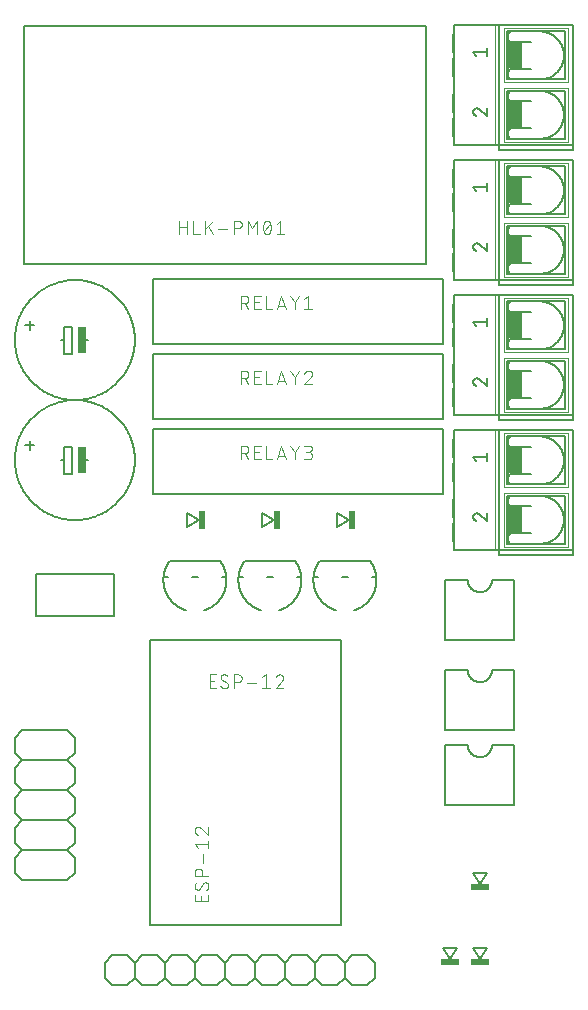
<source format=gto>
G75*
%MOIN*%
%OFA0B0*%
%FSLAX25Y25*%
%IPPOS*%
%LPD*%
%AMOC8*
5,1,8,0,0,1.08239X$1,22.5*
%
%ADD10C,0.00600*%
%ADD11R,0.02500X0.09000*%
%ADD12C,0.00800*%
%ADD13R,0.06200X0.02400*%
%ADD14R,0.02400X0.06200*%
%ADD15C,0.00500*%
%ADD16C,0.00400*%
%ADD17C,0.00200*%
%ADD18R,0.04500X0.09000*%
D10*
X0010996Y0042000D02*
X0025996Y0042000D01*
X0028496Y0044500D01*
X0028496Y0049500D01*
X0025996Y0052000D01*
X0010996Y0052000D01*
X0008496Y0049500D01*
X0008496Y0044500D01*
X0010996Y0042000D01*
X0010996Y0052000D02*
X0008496Y0054500D01*
X0008496Y0059500D01*
X0010996Y0062000D01*
X0025996Y0062000D01*
X0028496Y0059500D01*
X0028496Y0054500D01*
X0025996Y0052000D01*
X0025996Y0062000D02*
X0028496Y0064500D01*
X0028496Y0069500D01*
X0025996Y0072000D01*
X0010996Y0072000D01*
X0008496Y0069500D01*
X0008496Y0064500D01*
X0010996Y0062000D01*
X0010996Y0072000D02*
X0008496Y0074500D01*
X0008496Y0079500D01*
X0010996Y0082000D01*
X0025996Y0082000D01*
X0028496Y0079500D01*
X0028496Y0074500D01*
X0025996Y0072000D01*
X0025996Y0082000D02*
X0028496Y0084500D01*
X0028496Y0089500D01*
X0025996Y0092000D01*
X0010996Y0092000D01*
X0008496Y0089500D01*
X0008496Y0084500D01*
X0010996Y0082000D01*
X0040996Y0017000D02*
X0038496Y0014500D01*
X0038496Y0009500D01*
X0040996Y0007000D01*
X0045996Y0007000D01*
X0048496Y0009500D01*
X0050996Y0007000D01*
X0055996Y0007000D01*
X0058496Y0009500D01*
X0058496Y0014500D01*
X0055996Y0017000D01*
X0050996Y0017000D01*
X0048496Y0014500D01*
X0048496Y0009500D01*
X0048496Y0014500D02*
X0045996Y0017000D01*
X0040996Y0017000D01*
X0058496Y0014500D02*
X0060996Y0017000D01*
X0065996Y0017000D01*
X0068496Y0014500D01*
X0070996Y0017000D01*
X0075996Y0017000D01*
X0078496Y0014500D01*
X0080996Y0017000D01*
X0085996Y0017000D01*
X0088496Y0014500D01*
X0088496Y0009500D01*
X0085996Y0007000D01*
X0080996Y0007000D01*
X0078496Y0009500D01*
X0075996Y0007000D01*
X0070996Y0007000D01*
X0068496Y0009500D01*
X0065996Y0007000D01*
X0060996Y0007000D01*
X0058496Y0009500D01*
X0068496Y0009500D02*
X0068496Y0014500D01*
X0078496Y0014500D02*
X0078496Y0009500D01*
X0088496Y0009500D02*
X0090996Y0007000D01*
X0095996Y0007000D01*
X0098496Y0009500D01*
X0100996Y0007000D01*
X0105996Y0007000D01*
X0108496Y0009500D01*
X0110996Y0007000D01*
X0115996Y0007000D01*
X0118496Y0009500D01*
X0120996Y0007000D01*
X0125996Y0007000D01*
X0128496Y0009500D01*
X0128496Y0014500D01*
X0125996Y0017000D01*
X0120996Y0017000D01*
X0118496Y0014500D01*
X0118496Y0009500D01*
X0118496Y0014500D02*
X0115996Y0017000D01*
X0110996Y0017000D01*
X0108496Y0014500D01*
X0108496Y0009500D01*
X0108496Y0014500D02*
X0105996Y0017000D01*
X0100996Y0017000D01*
X0098496Y0014500D01*
X0098496Y0009500D01*
X0098496Y0014500D02*
X0095996Y0017000D01*
X0090996Y0017000D01*
X0088496Y0014500D01*
X0151996Y0067000D02*
X0174996Y0067000D01*
X0174996Y0087000D01*
X0167496Y0087000D01*
X0167494Y0086874D01*
X0167488Y0086749D01*
X0167478Y0086624D01*
X0167464Y0086499D01*
X0167447Y0086374D01*
X0167425Y0086250D01*
X0167400Y0086127D01*
X0167370Y0086005D01*
X0167337Y0085884D01*
X0167300Y0085764D01*
X0167260Y0085645D01*
X0167215Y0085528D01*
X0167167Y0085411D01*
X0167115Y0085297D01*
X0167060Y0085184D01*
X0167001Y0085073D01*
X0166939Y0084964D01*
X0166873Y0084857D01*
X0166804Y0084752D01*
X0166732Y0084649D01*
X0166657Y0084548D01*
X0166578Y0084450D01*
X0166496Y0084355D01*
X0166412Y0084262D01*
X0166324Y0084172D01*
X0166234Y0084084D01*
X0166141Y0084000D01*
X0166046Y0083918D01*
X0165948Y0083839D01*
X0165847Y0083764D01*
X0165744Y0083692D01*
X0165639Y0083623D01*
X0165532Y0083557D01*
X0165423Y0083495D01*
X0165312Y0083436D01*
X0165199Y0083381D01*
X0165085Y0083329D01*
X0164968Y0083281D01*
X0164851Y0083236D01*
X0164732Y0083196D01*
X0164612Y0083159D01*
X0164491Y0083126D01*
X0164369Y0083096D01*
X0164246Y0083071D01*
X0164122Y0083049D01*
X0163997Y0083032D01*
X0163872Y0083018D01*
X0163747Y0083008D01*
X0163622Y0083002D01*
X0163496Y0083000D01*
X0163370Y0083002D01*
X0163245Y0083008D01*
X0163120Y0083018D01*
X0162995Y0083032D01*
X0162870Y0083049D01*
X0162746Y0083071D01*
X0162623Y0083096D01*
X0162501Y0083126D01*
X0162380Y0083159D01*
X0162260Y0083196D01*
X0162141Y0083236D01*
X0162024Y0083281D01*
X0161907Y0083329D01*
X0161793Y0083381D01*
X0161680Y0083436D01*
X0161569Y0083495D01*
X0161460Y0083557D01*
X0161353Y0083623D01*
X0161248Y0083692D01*
X0161145Y0083764D01*
X0161044Y0083839D01*
X0160946Y0083918D01*
X0160851Y0084000D01*
X0160758Y0084084D01*
X0160668Y0084172D01*
X0160580Y0084262D01*
X0160496Y0084355D01*
X0160414Y0084450D01*
X0160335Y0084548D01*
X0160260Y0084649D01*
X0160188Y0084752D01*
X0160119Y0084857D01*
X0160053Y0084964D01*
X0159991Y0085073D01*
X0159932Y0085184D01*
X0159877Y0085297D01*
X0159825Y0085411D01*
X0159777Y0085528D01*
X0159732Y0085645D01*
X0159692Y0085764D01*
X0159655Y0085884D01*
X0159622Y0086005D01*
X0159592Y0086127D01*
X0159567Y0086250D01*
X0159545Y0086374D01*
X0159528Y0086499D01*
X0159514Y0086624D01*
X0159504Y0086749D01*
X0159498Y0086874D01*
X0159496Y0087000D01*
X0151996Y0087000D01*
X0151996Y0067000D01*
X0151996Y0092000D02*
X0174996Y0092000D01*
X0174996Y0112000D01*
X0167496Y0112000D01*
X0167494Y0111874D01*
X0167488Y0111749D01*
X0167478Y0111624D01*
X0167464Y0111499D01*
X0167447Y0111374D01*
X0167425Y0111250D01*
X0167400Y0111127D01*
X0167370Y0111005D01*
X0167337Y0110884D01*
X0167300Y0110764D01*
X0167260Y0110645D01*
X0167215Y0110528D01*
X0167167Y0110411D01*
X0167115Y0110297D01*
X0167060Y0110184D01*
X0167001Y0110073D01*
X0166939Y0109964D01*
X0166873Y0109857D01*
X0166804Y0109752D01*
X0166732Y0109649D01*
X0166657Y0109548D01*
X0166578Y0109450D01*
X0166496Y0109355D01*
X0166412Y0109262D01*
X0166324Y0109172D01*
X0166234Y0109084D01*
X0166141Y0109000D01*
X0166046Y0108918D01*
X0165948Y0108839D01*
X0165847Y0108764D01*
X0165744Y0108692D01*
X0165639Y0108623D01*
X0165532Y0108557D01*
X0165423Y0108495D01*
X0165312Y0108436D01*
X0165199Y0108381D01*
X0165085Y0108329D01*
X0164968Y0108281D01*
X0164851Y0108236D01*
X0164732Y0108196D01*
X0164612Y0108159D01*
X0164491Y0108126D01*
X0164369Y0108096D01*
X0164246Y0108071D01*
X0164122Y0108049D01*
X0163997Y0108032D01*
X0163872Y0108018D01*
X0163747Y0108008D01*
X0163622Y0108002D01*
X0163496Y0108000D01*
X0163370Y0108002D01*
X0163245Y0108008D01*
X0163120Y0108018D01*
X0162995Y0108032D01*
X0162870Y0108049D01*
X0162746Y0108071D01*
X0162623Y0108096D01*
X0162501Y0108126D01*
X0162380Y0108159D01*
X0162260Y0108196D01*
X0162141Y0108236D01*
X0162024Y0108281D01*
X0161907Y0108329D01*
X0161793Y0108381D01*
X0161680Y0108436D01*
X0161569Y0108495D01*
X0161460Y0108557D01*
X0161353Y0108623D01*
X0161248Y0108692D01*
X0161145Y0108764D01*
X0161044Y0108839D01*
X0160946Y0108918D01*
X0160851Y0109000D01*
X0160758Y0109084D01*
X0160668Y0109172D01*
X0160580Y0109262D01*
X0160496Y0109355D01*
X0160414Y0109450D01*
X0160335Y0109548D01*
X0160260Y0109649D01*
X0160188Y0109752D01*
X0160119Y0109857D01*
X0160053Y0109964D01*
X0159991Y0110073D01*
X0159932Y0110184D01*
X0159877Y0110297D01*
X0159825Y0110411D01*
X0159777Y0110528D01*
X0159732Y0110645D01*
X0159692Y0110764D01*
X0159655Y0110884D01*
X0159622Y0111005D01*
X0159592Y0111127D01*
X0159567Y0111250D01*
X0159545Y0111374D01*
X0159528Y0111499D01*
X0159514Y0111624D01*
X0159504Y0111749D01*
X0159498Y0111874D01*
X0159496Y0112000D01*
X0151996Y0112000D01*
X0151996Y0092000D01*
X0151996Y0122000D02*
X0174996Y0122000D01*
X0174996Y0142000D01*
X0167496Y0142000D01*
X0167494Y0141874D01*
X0167488Y0141749D01*
X0167478Y0141624D01*
X0167464Y0141499D01*
X0167447Y0141374D01*
X0167425Y0141250D01*
X0167400Y0141127D01*
X0167370Y0141005D01*
X0167337Y0140884D01*
X0167300Y0140764D01*
X0167260Y0140645D01*
X0167215Y0140528D01*
X0167167Y0140411D01*
X0167115Y0140297D01*
X0167060Y0140184D01*
X0167001Y0140073D01*
X0166939Y0139964D01*
X0166873Y0139857D01*
X0166804Y0139752D01*
X0166732Y0139649D01*
X0166657Y0139548D01*
X0166578Y0139450D01*
X0166496Y0139355D01*
X0166412Y0139262D01*
X0166324Y0139172D01*
X0166234Y0139084D01*
X0166141Y0139000D01*
X0166046Y0138918D01*
X0165948Y0138839D01*
X0165847Y0138764D01*
X0165744Y0138692D01*
X0165639Y0138623D01*
X0165532Y0138557D01*
X0165423Y0138495D01*
X0165312Y0138436D01*
X0165199Y0138381D01*
X0165085Y0138329D01*
X0164968Y0138281D01*
X0164851Y0138236D01*
X0164732Y0138196D01*
X0164612Y0138159D01*
X0164491Y0138126D01*
X0164369Y0138096D01*
X0164246Y0138071D01*
X0164122Y0138049D01*
X0163997Y0138032D01*
X0163872Y0138018D01*
X0163747Y0138008D01*
X0163622Y0138002D01*
X0163496Y0138000D01*
X0163370Y0138002D01*
X0163245Y0138008D01*
X0163120Y0138018D01*
X0162995Y0138032D01*
X0162870Y0138049D01*
X0162746Y0138071D01*
X0162623Y0138096D01*
X0162501Y0138126D01*
X0162380Y0138159D01*
X0162260Y0138196D01*
X0162141Y0138236D01*
X0162024Y0138281D01*
X0161907Y0138329D01*
X0161793Y0138381D01*
X0161680Y0138436D01*
X0161569Y0138495D01*
X0161460Y0138557D01*
X0161353Y0138623D01*
X0161248Y0138692D01*
X0161145Y0138764D01*
X0161044Y0138839D01*
X0160946Y0138918D01*
X0160851Y0139000D01*
X0160758Y0139084D01*
X0160668Y0139172D01*
X0160580Y0139262D01*
X0160496Y0139355D01*
X0160414Y0139450D01*
X0160335Y0139548D01*
X0160260Y0139649D01*
X0160188Y0139752D01*
X0160119Y0139857D01*
X0160053Y0139964D01*
X0159991Y0140073D01*
X0159932Y0140184D01*
X0159877Y0140297D01*
X0159825Y0140411D01*
X0159777Y0140528D01*
X0159732Y0140645D01*
X0159692Y0140764D01*
X0159655Y0140884D01*
X0159622Y0141005D01*
X0159592Y0141127D01*
X0159567Y0141250D01*
X0159545Y0141374D01*
X0159528Y0141499D01*
X0159514Y0141624D01*
X0159504Y0141749D01*
X0159498Y0141874D01*
X0159496Y0142000D01*
X0151996Y0142000D01*
X0151996Y0122000D01*
X0154996Y0152000D02*
X0154996Y0155000D01*
X0154496Y0155000D01*
X0154496Y0161000D01*
X0154996Y0161000D01*
X0154996Y0155000D01*
X0154996Y0152000D02*
X0168496Y0152000D01*
X0169996Y0152000D01*
X0169996Y0150500D01*
X0194496Y0150500D01*
X0194496Y0152000D01*
X0169996Y0152000D01*
X0169996Y0192000D01*
X0168496Y0192000D01*
X0154996Y0192000D01*
X0154996Y0189000D01*
X0154996Y0183000D01*
X0154996Y0181000D01*
X0154496Y0181000D01*
X0154496Y0175000D01*
X0154996Y0175000D01*
X0154996Y0181000D01*
X0154996Y0183000D02*
X0154496Y0183000D01*
X0154496Y0189000D01*
X0154996Y0189000D01*
X0154996Y0197000D02*
X0154996Y0200000D01*
X0154496Y0200000D01*
X0154496Y0206000D01*
X0154996Y0206000D01*
X0154996Y0200000D01*
X0154996Y0197000D02*
X0168496Y0197000D01*
X0169996Y0197000D01*
X0169996Y0195500D01*
X0194496Y0195500D01*
X0194496Y0197000D01*
X0169996Y0197000D01*
X0169996Y0237000D01*
X0168496Y0237000D01*
X0154996Y0237000D01*
X0154996Y0234000D01*
X0154996Y0228000D01*
X0154996Y0226000D01*
X0154496Y0226000D01*
X0154496Y0220000D01*
X0154996Y0220000D01*
X0154996Y0226000D01*
X0154996Y0228000D02*
X0154496Y0228000D01*
X0154496Y0234000D01*
X0154996Y0234000D01*
X0154996Y0242000D02*
X0154996Y0245000D01*
X0154496Y0245000D01*
X0154496Y0251000D01*
X0154996Y0251000D01*
X0154996Y0245000D01*
X0154996Y0242000D02*
X0168496Y0242000D01*
X0169996Y0242000D01*
X0169996Y0240500D01*
X0194496Y0240500D01*
X0194496Y0242000D01*
X0169996Y0242000D01*
X0169996Y0282000D01*
X0168496Y0282000D01*
X0154996Y0282000D01*
X0154996Y0279000D01*
X0154996Y0273000D01*
X0154996Y0271000D01*
X0154496Y0271000D01*
X0154496Y0265000D01*
X0154996Y0265000D01*
X0154996Y0271000D01*
X0154996Y0273000D02*
X0154496Y0273000D01*
X0154496Y0279000D01*
X0154996Y0279000D01*
X0154996Y0287000D02*
X0154996Y0290000D01*
X0154496Y0290000D01*
X0154496Y0296000D01*
X0154996Y0296000D01*
X0154996Y0290000D01*
X0154996Y0287000D02*
X0168496Y0287000D01*
X0169996Y0287000D01*
X0169996Y0285500D01*
X0194496Y0285500D01*
X0194496Y0287000D01*
X0169996Y0287000D01*
X0169996Y0327000D01*
X0168496Y0327000D01*
X0154996Y0327000D01*
X0154996Y0324000D01*
X0154996Y0318000D01*
X0154996Y0316000D01*
X0154496Y0316000D01*
X0154496Y0310000D01*
X0154996Y0310000D01*
X0154996Y0316000D01*
X0154996Y0318000D02*
X0154496Y0318000D01*
X0154496Y0324000D01*
X0154996Y0324000D01*
X0154996Y0310000D02*
X0154996Y0304000D01*
X0154996Y0298000D01*
X0154996Y0296000D01*
X0154996Y0298000D02*
X0154496Y0298000D01*
X0154496Y0304000D01*
X0154996Y0304000D01*
X0169996Y0282000D02*
X0194496Y0282000D01*
X0194496Y0242000D01*
X0191996Y0244100D02*
X0191996Y0260100D01*
X0172496Y0260100D01*
X0172496Y0244100D01*
X0191996Y0244100D01*
X0194496Y0237000D02*
X0169996Y0237000D01*
X0172496Y0234900D02*
X0191996Y0234900D01*
X0191996Y0218900D01*
X0172496Y0218900D01*
X0172496Y0234900D01*
X0172996Y0233900D02*
X0172996Y0219900D01*
X0172998Y0219840D01*
X0173003Y0219779D01*
X0173012Y0219720D01*
X0173025Y0219661D01*
X0173041Y0219602D01*
X0173061Y0219545D01*
X0173084Y0219490D01*
X0173111Y0219435D01*
X0173140Y0219383D01*
X0173173Y0219332D01*
X0173209Y0219283D01*
X0173247Y0219237D01*
X0173289Y0219193D01*
X0173333Y0219151D01*
X0173379Y0219113D01*
X0173428Y0219077D01*
X0173479Y0219044D01*
X0173531Y0219015D01*
X0173586Y0218988D01*
X0173641Y0218965D01*
X0173698Y0218945D01*
X0173757Y0218929D01*
X0173816Y0218916D01*
X0173875Y0218907D01*
X0173936Y0218902D01*
X0173996Y0218900D01*
X0172996Y0221400D02*
X0172998Y0221460D01*
X0173003Y0221521D01*
X0173012Y0221580D01*
X0173025Y0221639D01*
X0173041Y0221698D01*
X0173061Y0221755D01*
X0173084Y0221810D01*
X0173111Y0221865D01*
X0173140Y0221917D01*
X0173173Y0221968D01*
X0173209Y0222017D01*
X0173247Y0222063D01*
X0173289Y0222107D01*
X0173333Y0222149D01*
X0173379Y0222187D01*
X0173428Y0222223D01*
X0173479Y0222256D01*
X0173531Y0222285D01*
X0173586Y0222312D01*
X0173641Y0222335D01*
X0173698Y0222355D01*
X0173757Y0222371D01*
X0173816Y0222384D01*
X0173875Y0222393D01*
X0173936Y0222398D01*
X0173996Y0222400D01*
X0180496Y0222400D01*
X0183496Y0218900D02*
X0183691Y0218902D01*
X0183886Y0218909D01*
X0184080Y0218921D01*
X0184274Y0218938D01*
X0184468Y0218959D01*
X0184661Y0218985D01*
X0184853Y0219016D01*
X0185045Y0219051D01*
X0185235Y0219091D01*
X0185425Y0219136D01*
X0185614Y0219185D01*
X0185801Y0219239D01*
X0185987Y0219298D01*
X0186171Y0219360D01*
X0186354Y0219428D01*
X0186535Y0219500D01*
X0186714Y0219576D01*
X0186892Y0219656D01*
X0187067Y0219741D01*
X0187240Y0219830D01*
X0187411Y0219924D01*
X0187580Y0220021D01*
X0187746Y0220123D01*
X0187910Y0220228D01*
X0188071Y0220337D01*
X0188230Y0220451D01*
X0188385Y0220568D01*
X0188538Y0220689D01*
X0188688Y0220814D01*
X0188835Y0220942D01*
X0188978Y0221074D01*
X0189118Y0221209D01*
X0189255Y0221347D01*
X0189389Y0221489D01*
X0189519Y0221634D01*
X0189645Y0221783D01*
X0189768Y0221934D01*
X0189887Y0222088D01*
X0190002Y0222245D01*
X0190114Y0222405D01*
X0190221Y0222567D01*
X0190325Y0222732D01*
X0190424Y0222900D01*
X0190520Y0223070D01*
X0190611Y0223242D01*
X0190698Y0223416D01*
X0190780Y0223593D01*
X0190859Y0223771D01*
X0190933Y0223951D01*
X0191002Y0224133D01*
X0191068Y0224317D01*
X0191128Y0224502D01*
X0191184Y0224689D01*
X0191236Y0224877D01*
X0191283Y0225066D01*
X0191325Y0225256D01*
X0191363Y0225447D01*
X0191396Y0225639D01*
X0191424Y0225832D01*
X0191448Y0226025D01*
X0191467Y0226219D01*
X0191481Y0226413D01*
X0191491Y0226608D01*
X0191495Y0226803D01*
X0191495Y0226997D01*
X0191491Y0227192D01*
X0191481Y0227387D01*
X0191467Y0227581D01*
X0191448Y0227775D01*
X0191424Y0227968D01*
X0191396Y0228161D01*
X0191363Y0228353D01*
X0191325Y0228544D01*
X0191283Y0228734D01*
X0191236Y0228923D01*
X0191184Y0229111D01*
X0191128Y0229298D01*
X0191068Y0229483D01*
X0191002Y0229667D01*
X0190933Y0229849D01*
X0190859Y0230029D01*
X0190780Y0230207D01*
X0190698Y0230384D01*
X0190611Y0230558D01*
X0190520Y0230730D01*
X0190424Y0230900D01*
X0190325Y0231068D01*
X0190221Y0231233D01*
X0190114Y0231395D01*
X0190002Y0231555D01*
X0189887Y0231712D01*
X0189768Y0231866D01*
X0189645Y0232017D01*
X0189519Y0232166D01*
X0189389Y0232311D01*
X0189255Y0232453D01*
X0189118Y0232591D01*
X0188978Y0232726D01*
X0188835Y0232858D01*
X0188688Y0232986D01*
X0188538Y0233111D01*
X0188385Y0233232D01*
X0188230Y0233349D01*
X0188071Y0233463D01*
X0187910Y0233572D01*
X0187746Y0233677D01*
X0187580Y0233779D01*
X0187411Y0233876D01*
X0187240Y0233970D01*
X0187067Y0234059D01*
X0186892Y0234144D01*
X0186714Y0234224D01*
X0186535Y0234300D01*
X0186354Y0234372D01*
X0186171Y0234440D01*
X0185987Y0234502D01*
X0185801Y0234561D01*
X0185614Y0234615D01*
X0185425Y0234664D01*
X0185235Y0234709D01*
X0185045Y0234749D01*
X0184853Y0234784D01*
X0184661Y0234815D01*
X0184468Y0234841D01*
X0184274Y0234862D01*
X0184080Y0234879D01*
X0183886Y0234891D01*
X0183691Y0234898D01*
X0183496Y0234900D01*
X0180496Y0231400D02*
X0173996Y0231400D01*
X0173936Y0231402D01*
X0173875Y0231407D01*
X0173816Y0231416D01*
X0173757Y0231429D01*
X0173698Y0231445D01*
X0173641Y0231465D01*
X0173586Y0231488D01*
X0173531Y0231515D01*
X0173479Y0231544D01*
X0173428Y0231577D01*
X0173379Y0231613D01*
X0173333Y0231651D01*
X0173289Y0231693D01*
X0173247Y0231737D01*
X0173209Y0231783D01*
X0173173Y0231832D01*
X0173140Y0231883D01*
X0173111Y0231935D01*
X0173084Y0231990D01*
X0173061Y0232045D01*
X0173041Y0232102D01*
X0173025Y0232161D01*
X0173012Y0232220D01*
X0173003Y0232279D01*
X0172998Y0232340D01*
X0172996Y0232400D01*
X0172996Y0233900D02*
X0172998Y0233960D01*
X0173003Y0234021D01*
X0173012Y0234080D01*
X0173025Y0234139D01*
X0173041Y0234198D01*
X0173061Y0234255D01*
X0173084Y0234310D01*
X0173111Y0234365D01*
X0173140Y0234417D01*
X0173173Y0234468D01*
X0173209Y0234517D01*
X0173247Y0234563D01*
X0173289Y0234607D01*
X0173333Y0234649D01*
X0173379Y0234687D01*
X0173428Y0234723D01*
X0173479Y0234756D01*
X0173531Y0234785D01*
X0173586Y0234812D01*
X0173641Y0234835D01*
X0173698Y0234855D01*
X0173757Y0234871D01*
X0173816Y0234884D01*
X0173875Y0234893D01*
X0173936Y0234898D01*
X0173996Y0234900D01*
X0173996Y0244100D02*
X0173936Y0244102D01*
X0173875Y0244107D01*
X0173816Y0244116D01*
X0173757Y0244129D01*
X0173698Y0244145D01*
X0173641Y0244165D01*
X0173586Y0244188D01*
X0173531Y0244215D01*
X0173479Y0244244D01*
X0173428Y0244277D01*
X0173379Y0244313D01*
X0173333Y0244351D01*
X0173289Y0244393D01*
X0173247Y0244437D01*
X0173209Y0244483D01*
X0173173Y0244532D01*
X0173140Y0244583D01*
X0173111Y0244635D01*
X0173084Y0244690D01*
X0173061Y0244745D01*
X0173041Y0244802D01*
X0173025Y0244861D01*
X0173012Y0244920D01*
X0173003Y0244979D01*
X0172998Y0245040D01*
X0172996Y0245100D01*
X0172996Y0259100D01*
X0172998Y0259160D01*
X0173003Y0259221D01*
X0173012Y0259280D01*
X0173025Y0259339D01*
X0173041Y0259398D01*
X0173061Y0259455D01*
X0173084Y0259510D01*
X0173111Y0259565D01*
X0173140Y0259617D01*
X0173173Y0259668D01*
X0173209Y0259717D01*
X0173247Y0259763D01*
X0173289Y0259807D01*
X0173333Y0259849D01*
X0173379Y0259887D01*
X0173428Y0259923D01*
X0173479Y0259956D01*
X0173531Y0259985D01*
X0173586Y0260012D01*
X0173641Y0260035D01*
X0173698Y0260055D01*
X0173757Y0260071D01*
X0173816Y0260084D01*
X0173875Y0260093D01*
X0173936Y0260098D01*
X0173996Y0260100D01*
X0172996Y0257600D02*
X0172998Y0257540D01*
X0173003Y0257479D01*
X0173012Y0257420D01*
X0173025Y0257361D01*
X0173041Y0257302D01*
X0173061Y0257245D01*
X0173084Y0257190D01*
X0173111Y0257135D01*
X0173140Y0257083D01*
X0173173Y0257032D01*
X0173209Y0256983D01*
X0173247Y0256937D01*
X0173289Y0256893D01*
X0173333Y0256851D01*
X0173379Y0256813D01*
X0173428Y0256777D01*
X0173479Y0256744D01*
X0173531Y0256715D01*
X0173586Y0256688D01*
X0173641Y0256665D01*
X0173698Y0256645D01*
X0173757Y0256629D01*
X0173816Y0256616D01*
X0173875Y0256607D01*
X0173936Y0256602D01*
X0173996Y0256600D01*
X0180496Y0256600D01*
X0183496Y0260100D02*
X0183691Y0260098D01*
X0183886Y0260091D01*
X0184080Y0260079D01*
X0184274Y0260062D01*
X0184468Y0260041D01*
X0184661Y0260015D01*
X0184853Y0259984D01*
X0185045Y0259949D01*
X0185235Y0259909D01*
X0185425Y0259864D01*
X0185614Y0259815D01*
X0185801Y0259761D01*
X0185987Y0259702D01*
X0186171Y0259640D01*
X0186354Y0259572D01*
X0186535Y0259500D01*
X0186714Y0259424D01*
X0186892Y0259344D01*
X0187067Y0259259D01*
X0187240Y0259170D01*
X0187411Y0259076D01*
X0187580Y0258979D01*
X0187746Y0258877D01*
X0187910Y0258772D01*
X0188071Y0258663D01*
X0188230Y0258549D01*
X0188385Y0258432D01*
X0188538Y0258311D01*
X0188688Y0258186D01*
X0188835Y0258058D01*
X0188978Y0257926D01*
X0189118Y0257791D01*
X0189255Y0257653D01*
X0189389Y0257511D01*
X0189519Y0257366D01*
X0189645Y0257217D01*
X0189768Y0257066D01*
X0189887Y0256912D01*
X0190002Y0256755D01*
X0190114Y0256595D01*
X0190221Y0256433D01*
X0190325Y0256268D01*
X0190424Y0256100D01*
X0190520Y0255930D01*
X0190611Y0255758D01*
X0190698Y0255584D01*
X0190780Y0255407D01*
X0190859Y0255229D01*
X0190933Y0255049D01*
X0191002Y0254867D01*
X0191068Y0254683D01*
X0191128Y0254498D01*
X0191184Y0254311D01*
X0191236Y0254123D01*
X0191283Y0253934D01*
X0191325Y0253744D01*
X0191363Y0253553D01*
X0191396Y0253361D01*
X0191424Y0253168D01*
X0191448Y0252975D01*
X0191467Y0252781D01*
X0191481Y0252587D01*
X0191491Y0252392D01*
X0191495Y0252197D01*
X0191495Y0252003D01*
X0191491Y0251808D01*
X0191481Y0251613D01*
X0191467Y0251419D01*
X0191448Y0251225D01*
X0191424Y0251032D01*
X0191396Y0250839D01*
X0191363Y0250647D01*
X0191325Y0250456D01*
X0191283Y0250266D01*
X0191236Y0250077D01*
X0191184Y0249889D01*
X0191128Y0249702D01*
X0191068Y0249517D01*
X0191002Y0249333D01*
X0190933Y0249151D01*
X0190859Y0248971D01*
X0190780Y0248793D01*
X0190698Y0248616D01*
X0190611Y0248442D01*
X0190520Y0248270D01*
X0190424Y0248100D01*
X0190325Y0247932D01*
X0190221Y0247767D01*
X0190114Y0247605D01*
X0190002Y0247445D01*
X0189887Y0247288D01*
X0189768Y0247134D01*
X0189645Y0246983D01*
X0189519Y0246834D01*
X0189389Y0246689D01*
X0189255Y0246547D01*
X0189118Y0246409D01*
X0188978Y0246274D01*
X0188835Y0246142D01*
X0188688Y0246014D01*
X0188538Y0245889D01*
X0188385Y0245768D01*
X0188230Y0245651D01*
X0188071Y0245537D01*
X0187910Y0245428D01*
X0187746Y0245323D01*
X0187580Y0245221D01*
X0187411Y0245124D01*
X0187240Y0245030D01*
X0187067Y0244941D01*
X0186892Y0244856D01*
X0186714Y0244776D01*
X0186535Y0244700D01*
X0186354Y0244628D01*
X0186171Y0244560D01*
X0185987Y0244498D01*
X0185801Y0244439D01*
X0185614Y0244385D01*
X0185425Y0244336D01*
X0185235Y0244291D01*
X0185045Y0244251D01*
X0184853Y0244216D01*
X0184661Y0244185D01*
X0184468Y0244159D01*
X0184274Y0244138D01*
X0184080Y0244121D01*
X0183886Y0244109D01*
X0183691Y0244102D01*
X0183496Y0244100D01*
X0180496Y0247600D02*
X0173996Y0247600D01*
X0173936Y0247598D01*
X0173875Y0247593D01*
X0173816Y0247584D01*
X0173757Y0247571D01*
X0173698Y0247555D01*
X0173641Y0247535D01*
X0173586Y0247512D01*
X0173531Y0247485D01*
X0173479Y0247456D01*
X0173428Y0247423D01*
X0173379Y0247387D01*
X0173333Y0247349D01*
X0173289Y0247307D01*
X0173247Y0247263D01*
X0173209Y0247217D01*
X0173173Y0247168D01*
X0173140Y0247117D01*
X0173111Y0247065D01*
X0173084Y0247010D01*
X0173061Y0246955D01*
X0173041Y0246898D01*
X0173025Y0246839D01*
X0173012Y0246780D01*
X0173003Y0246721D01*
X0172998Y0246660D01*
X0172996Y0246600D01*
X0172496Y0263900D02*
X0172496Y0279900D01*
X0191996Y0279900D01*
X0191996Y0263900D01*
X0172496Y0263900D01*
X0172996Y0264900D02*
X0172996Y0278900D01*
X0172998Y0278960D01*
X0173003Y0279021D01*
X0173012Y0279080D01*
X0173025Y0279139D01*
X0173041Y0279198D01*
X0173061Y0279255D01*
X0173084Y0279310D01*
X0173111Y0279365D01*
X0173140Y0279417D01*
X0173173Y0279468D01*
X0173209Y0279517D01*
X0173247Y0279563D01*
X0173289Y0279607D01*
X0173333Y0279649D01*
X0173379Y0279687D01*
X0173428Y0279723D01*
X0173479Y0279756D01*
X0173531Y0279785D01*
X0173586Y0279812D01*
X0173641Y0279835D01*
X0173698Y0279855D01*
X0173757Y0279871D01*
X0173816Y0279884D01*
X0173875Y0279893D01*
X0173936Y0279898D01*
X0173996Y0279900D01*
X0172996Y0277400D02*
X0172998Y0277340D01*
X0173003Y0277279D01*
X0173012Y0277220D01*
X0173025Y0277161D01*
X0173041Y0277102D01*
X0173061Y0277045D01*
X0173084Y0276990D01*
X0173111Y0276935D01*
X0173140Y0276883D01*
X0173173Y0276832D01*
X0173209Y0276783D01*
X0173247Y0276737D01*
X0173289Y0276693D01*
X0173333Y0276651D01*
X0173379Y0276613D01*
X0173428Y0276577D01*
X0173479Y0276544D01*
X0173531Y0276515D01*
X0173586Y0276488D01*
X0173641Y0276465D01*
X0173698Y0276445D01*
X0173757Y0276429D01*
X0173816Y0276416D01*
X0173875Y0276407D01*
X0173936Y0276402D01*
X0173996Y0276400D01*
X0180496Y0276400D01*
X0183496Y0279900D02*
X0183691Y0279898D01*
X0183886Y0279891D01*
X0184080Y0279879D01*
X0184274Y0279862D01*
X0184468Y0279841D01*
X0184661Y0279815D01*
X0184853Y0279784D01*
X0185045Y0279749D01*
X0185235Y0279709D01*
X0185425Y0279664D01*
X0185614Y0279615D01*
X0185801Y0279561D01*
X0185987Y0279502D01*
X0186171Y0279440D01*
X0186354Y0279372D01*
X0186535Y0279300D01*
X0186714Y0279224D01*
X0186892Y0279144D01*
X0187067Y0279059D01*
X0187240Y0278970D01*
X0187411Y0278876D01*
X0187580Y0278779D01*
X0187746Y0278677D01*
X0187910Y0278572D01*
X0188071Y0278463D01*
X0188230Y0278349D01*
X0188385Y0278232D01*
X0188538Y0278111D01*
X0188688Y0277986D01*
X0188835Y0277858D01*
X0188978Y0277726D01*
X0189118Y0277591D01*
X0189255Y0277453D01*
X0189389Y0277311D01*
X0189519Y0277166D01*
X0189645Y0277017D01*
X0189768Y0276866D01*
X0189887Y0276712D01*
X0190002Y0276555D01*
X0190114Y0276395D01*
X0190221Y0276233D01*
X0190325Y0276068D01*
X0190424Y0275900D01*
X0190520Y0275730D01*
X0190611Y0275558D01*
X0190698Y0275384D01*
X0190780Y0275207D01*
X0190859Y0275029D01*
X0190933Y0274849D01*
X0191002Y0274667D01*
X0191068Y0274483D01*
X0191128Y0274298D01*
X0191184Y0274111D01*
X0191236Y0273923D01*
X0191283Y0273734D01*
X0191325Y0273544D01*
X0191363Y0273353D01*
X0191396Y0273161D01*
X0191424Y0272968D01*
X0191448Y0272775D01*
X0191467Y0272581D01*
X0191481Y0272387D01*
X0191491Y0272192D01*
X0191495Y0271997D01*
X0191495Y0271803D01*
X0191491Y0271608D01*
X0191481Y0271413D01*
X0191467Y0271219D01*
X0191448Y0271025D01*
X0191424Y0270832D01*
X0191396Y0270639D01*
X0191363Y0270447D01*
X0191325Y0270256D01*
X0191283Y0270066D01*
X0191236Y0269877D01*
X0191184Y0269689D01*
X0191128Y0269502D01*
X0191068Y0269317D01*
X0191002Y0269133D01*
X0190933Y0268951D01*
X0190859Y0268771D01*
X0190780Y0268593D01*
X0190698Y0268416D01*
X0190611Y0268242D01*
X0190520Y0268070D01*
X0190424Y0267900D01*
X0190325Y0267732D01*
X0190221Y0267567D01*
X0190114Y0267405D01*
X0190002Y0267245D01*
X0189887Y0267088D01*
X0189768Y0266934D01*
X0189645Y0266783D01*
X0189519Y0266634D01*
X0189389Y0266489D01*
X0189255Y0266347D01*
X0189118Y0266209D01*
X0188978Y0266074D01*
X0188835Y0265942D01*
X0188688Y0265814D01*
X0188538Y0265689D01*
X0188385Y0265568D01*
X0188230Y0265451D01*
X0188071Y0265337D01*
X0187910Y0265228D01*
X0187746Y0265123D01*
X0187580Y0265021D01*
X0187411Y0264924D01*
X0187240Y0264830D01*
X0187067Y0264741D01*
X0186892Y0264656D01*
X0186714Y0264576D01*
X0186535Y0264500D01*
X0186354Y0264428D01*
X0186171Y0264360D01*
X0185987Y0264298D01*
X0185801Y0264239D01*
X0185614Y0264185D01*
X0185425Y0264136D01*
X0185235Y0264091D01*
X0185045Y0264051D01*
X0184853Y0264016D01*
X0184661Y0263985D01*
X0184468Y0263959D01*
X0184274Y0263938D01*
X0184080Y0263921D01*
X0183886Y0263909D01*
X0183691Y0263902D01*
X0183496Y0263900D01*
X0180496Y0267400D02*
X0173996Y0267400D01*
X0173936Y0267398D01*
X0173875Y0267393D01*
X0173816Y0267384D01*
X0173757Y0267371D01*
X0173698Y0267355D01*
X0173641Y0267335D01*
X0173586Y0267312D01*
X0173531Y0267285D01*
X0173479Y0267256D01*
X0173428Y0267223D01*
X0173379Y0267187D01*
X0173333Y0267149D01*
X0173289Y0267107D01*
X0173247Y0267063D01*
X0173209Y0267017D01*
X0173173Y0266968D01*
X0173140Y0266917D01*
X0173111Y0266865D01*
X0173084Y0266810D01*
X0173061Y0266755D01*
X0173041Y0266698D01*
X0173025Y0266639D01*
X0173012Y0266580D01*
X0173003Y0266521D01*
X0172998Y0266460D01*
X0172996Y0266400D01*
X0172996Y0264900D02*
X0172998Y0264840D01*
X0173003Y0264779D01*
X0173012Y0264720D01*
X0173025Y0264661D01*
X0173041Y0264602D01*
X0173061Y0264545D01*
X0173084Y0264490D01*
X0173111Y0264435D01*
X0173140Y0264383D01*
X0173173Y0264332D01*
X0173209Y0264283D01*
X0173247Y0264237D01*
X0173289Y0264193D01*
X0173333Y0264151D01*
X0173379Y0264113D01*
X0173428Y0264077D01*
X0173479Y0264044D01*
X0173531Y0264015D01*
X0173586Y0263988D01*
X0173641Y0263965D01*
X0173698Y0263945D01*
X0173757Y0263929D01*
X0173816Y0263916D01*
X0173875Y0263907D01*
X0173936Y0263902D01*
X0173996Y0263900D01*
X0172496Y0289100D02*
X0191996Y0289100D01*
X0191996Y0305100D01*
X0172496Y0305100D01*
X0172496Y0289100D01*
X0172996Y0290100D02*
X0172996Y0304100D01*
X0172998Y0304160D01*
X0173003Y0304221D01*
X0173012Y0304280D01*
X0173025Y0304339D01*
X0173041Y0304398D01*
X0173061Y0304455D01*
X0173084Y0304510D01*
X0173111Y0304565D01*
X0173140Y0304617D01*
X0173173Y0304668D01*
X0173209Y0304717D01*
X0173247Y0304763D01*
X0173289Y0304807D01*
X0173333Y0304849D01*
X0173379Y0304887D01*
X0173428Y0304923D01*
X0173479Y0304956D01*
X0173531Y0304985D01*
X0173586Y0305012D01*
X0173641Y0305035D01*
X0173698Y0305055D01*
X0173757Y0305071D01*
X0173816Y0305084D01*
X0173875Y0305093D01*
X0173936Y0305098D01*
X0173996Y0305100D01*
X0172996Y0302600D02*
X0172998Y0302540D01*
X0173003Y0302479D01*
X0173012Y0302420D01*
X0173025Y0302361D01*
X0173041Y0302302D01*
X0173061Y0302245D01*
X0173084Y0302190D01*
X0173111Y0302135D01*
X0173140Y0302083D01*
X0173173Y0302032D01*
X0173209Y0301983D01*
X0173247Y0301937D01*
X0173289Y0301893D01*
X0173333Y0301851D01*
X0173379Y0301813D01*
X0173428Y0301777D01*
X0173479Y0301744D01*
X0173531Y0301715D01*
X0173586Y0301688D01*
X0173641Y0301665D01*
X0173698Y0301645D01*
X0173757Y0301629D01*
X0173816Y0301616D01*
X0173875Y0301607D01*
X0173936Y0301602D01*
X0173996Y0301600D01*
X0180496Y0301600D01*
X0183496Y0305100D02*
X0183691Y0305098D01*
X0183886Y0305091D01*
X0184080Y0305079D01*
X0184274Y0305062D01*
X0184468Y0305041D01*
X0184661Y0305015D01*
X0184853Y0304984D01*
X0185045Y0304949D01*
X0185235Y0304909D01*
X0185425Y0304864D01*
X0185614Y0304815D01*
X0185801Y0304761D01*
X0185987Y0304702D01*
X0186171Y0304640D01*
X0186354Y0304572D01*
X0186535Y0304500D01*
X0186714Y0304424D01*
X0186892Y0304344D01*
X0187067Y0304259D01*
X0187240Y0304170D01*
X0187411Y0304076D01*
X0187580Y0303979D01*
X0187746Y0303877D01*
X0187910Y0303772D01*
X0188071Y0303663D01*
X0188230Y0303549D01*
X0188385Y0303432D01*
X0188538Y0303311D01*
X0188688Y0303186D01*
X0188835Y0303058D01*
X0188978Y0302926D01*
X0189118Y0302791D01*
X0189255Y0302653D01*
X0189389Y0302511D01*
X0189519Y0302366D01*
X0189645Y0302217D01*
X0189768Y0302066D01*
X0189887Y0301912D01*
X0190002Y0301755D01*
X0190114Y0301595D01*
X0190221Y0301433D01*
X0190325Y0301268D01*
X0190424Y0301100D01*
X0190520Y0300930D01*
X0190611Y0300758D01*
X0190698Y0300584D01*
X0190780Y0300407D01*
X0190859Y0300229D01*
X0190933Y0300049D01*
X0191002Y0299867D01*
X0191068Y0299683D01*
X0191128Y0299498D01*
X0191184Y0299311D01*
X0191236Y0299123D01*
X0191283Y0298934D01*
X0191325Y0298744D01*
X0191363Y0298553D01*
X0191396Y0298361D01*
X0191424Y0298168D01*
X0191448Y0297975D01*
X0191467Y0297781D01*
X0191481Y0297587D01*
X0191491Y0297392D01*
X0191495Y0297197D01*
X0191495Y0297003D01*
X0191491Y0296808D01*
X0191481Y0296613D01*
X0191467Y0296419D01*
X0191448Y0296225D01*
X0191424Y0296032D01*
X0191396Y0295839D01*
X0191363Y0295647D01*
X0191325Y0295456D01*
X0191283Y0295266D01*
X0191236Y0295077D01*
X0191184Y0294889D01*
X0191128Y0294702D01*
X0191068Y0294517D01*
X0191002Y0294333D01*
X0190933Y0294151D01*
X0190859Y0293971D01*
X0190780Y0293793D01*
X0190698Y0293616D01*
X0190611Y0293442D01*
X0190520Y0293270D01*
X0190424Y0293100D01*
X0190325Y0292932D01*
X0190221Y0292767D01*
X0190114Y0292605D01*
X0190002Y0292445D01*
X0189887Y0292288D01*
X0189768Y0292134D01*
X0189645Y0291983D01*
X0189519Y0291834D01*
X0189389Y0291689D01*
X0189255Y0291547D01*
X0189118Y0291409D01*
X0188978Y0291274D01*
X0188835Y0291142D01*
X0188688Y0291014D01*
X0188538Y0290889D01*
X0188385Y0290768D01*
X0188230Y0290651D01*
X0188071Y0290537D01*
X0187910Y0290428D01*
X0187746Y0290323D01*
X0187580Y0290221D01*
X0187411Y0290124D01*
X0187240Y0290030D01*
X0187067Y0289941D01*
X0186892Y0289856D01*
X0186714Y0289776D01*
X0186535Y0289700D01*
X0186354Y0289628D01*
X0186171Y0289560D01*
X0185987Y0289498D01*
X0185801Y0289439D01*
X0185614Y0289385D01*
X0185425Y0289336D01*
X0185235Y0289291D01*
X0185045Y0289251D01*
X0184853Y0289216D01*
X0184661Y0289185D01*
X0184468Y0289159D01*
X0184274Y0289138D01*
X0184080Y0289121D01*
X0183886Y0289109D01*
X0183691Y0289102D01*
X0183496Y0289100D01*
X0180496Y0292600D02*
X0173996Y0292600D01*
X0173936Y0292598D01*
X0173875Y0292593D01*
X0173816Y0292584D01*
X0173757Y0292571D01*
X0173698Y0292555D01*
X0173641Y0292535D01*
X0173586Y0292512D01*
X0173531Y0292485D01*
X0173479Y0292456D01*
X0173428Y0292423D01*
X0173379Y0292387D01*
X0173333Y0292349D01*
X0173289Y0292307D01*
X0173247Y0292263D01*
X0173209Y0292217D01*
X0173173Y0292168D01*
X0173140Y0292117D01*
X0173111Y0292065D01*
X0173084Y0292010D01*
X0173061Y0291955D01*
X0173041Y0291898D01*
X0173025Y0291839D01*
X0173012Y0291780D01*
X0173003Y0291721D01*
X0172998Y0291660D01*
X0172996Y0291600D01*
X0172996Y0290100D02*
X0172998Y0290040D01*
X0173003Y0289979D01*
X0173012Y0289920D01*
X0173025Y0289861D01*
X0173041Y0289802D01*
X0173061Y0289745D01*
X0173084Y0289690D01*
X0173111Y0289635D01*
X0173140Y0289583D01*
X0173173Y0289532D01*
X0173209Y0289483D01*
X0173247Y0289437D01*
X0173289Y0289393D01*
X0173333Y0289351D01*
X0173379Y0289313D01*
X0173428Y0289277D01*
X0173479Y0289244D01*
X0173531Y0289215D01*
X0173586Y0289188D01*
X0173641Y0289165D01*
X0173698Y0289145D01*
X0173757Y0289129D01*
X0173816Y0289116D01*
X0173875Y0289107D01*
X0173936Y0289102D01*
X0173996Y0289100D01*
X0172496Y0308900D02*
X0172496Y0324900D01*
X0191996Y0324900D01*
X0191996Y0308900D01*
X0172496Y0308900D01*
X0172996Y0309900D02*
X0172996Y0323900D01*
X0172998Y0323960D01*
X0173003Y0324021D01*
X0173012Y0324080D01*
X0173025Y0324139D01*
X0173041Y0324198D01*
X0173061Y0324255D01*
X0173084Y0324310D01*
X0173111Y0324365D01*
X0173140Y0324417D01*
X0173173Y0324468D01*
X0173209Y0324517D01*
X0173247Y0324563D01*
X0173289Y0324607D01*
X0173333Y0324649D01*
X0173379Y0324687D01*
X0173428Y0324723D01*
X0173479Y0324756D01*
X0173531Y0324785D01*
X0173586Y0324812D01*
X0173641Y0324835D01*
X0173698Y0324855D01*
X0173757Y0324871D01*
X0173816Y0324884D01*
X0173875Y0324893D01*
X0173936Y0324898D01*
X0173996Y0324900D01*
X0172996Y0322400D02*
X0172998Y0322340D01*
X0173003Y0322279D01*
X0173012Y0322220D01*
X0173025Y0322161D01*
X0173041Y0322102D01*
X0173061Y0322045D01*
X0173084Y0321990D01*
X0173111Y0321935D01*
X0173140Y0321883D01*
X0173173Y0321832D01*
X0173209Y0321783D01*
X0173247Y0321737D01*
X0173289Y0321693D01*
X0173333Y0321651D01*
X0173379Y0321613D01*
X0173428Y0321577D01*
X0173479Y0321544D01*
X0173531Y0321515D01*
X0173586Y0321488D01*
X0173641Y0321465D01*
X0173698Y0321445D01*
X0173757Y0321429D01*
X0173816Y0321416D01*
X0173875Y0321407D01*
X0173936Y0321402D01*
X0173996Y0321400D01*
X0180496Y0321400D01*
X0183496Y0324900D02*
X0183691Y0324898D01*
X0183886Y0324891D01*
X0184080Y0324879D01*
X0184274Y0324862D01*
X0184468Y0324841D01*
X0184661Y0324815D01*
X0184853Y0324784D01*
X0185045Y0324749D01*
X0185235Y0324709D01*
X0185425Y0324664D01*
X0185614Y0324615D01*
X0185801Y0324561D01*
X0185987Y0324502D01*
X0186171Y0324440D01*
X0186354Y0324372D01*
X0186535Y0324300D01*
X0186714Y0324224D01*
X0186892Y0324144D01*
X0187067Y0324059D01*
X0187240Y0323970D01*
X0187411Y0323876D01*
X0187580Y0323779D01*
X0187746Y0323677D01*
X0187910Y0323572D01*
X0188071Y0323463D01*
X0188230Y0323349D01*
X0188385Y0323232D01*
X0188538Y0323111D01*
X0188688Y0322986D01*
X0188835Y0322858D01*
X0188978Y0322726D01*
X0189118Y0322591D01*
X0189255Y0322453D01*
X0189389Y0322311D01*
X0189519Y0322166D01*
X0189645Y0322017D01*
X0189768Y0321866D01*
X0189887Y0321712D01*
X0190002Y0321555D01*
X0190114Y0321395D01*
X0190221Y0321233D01*
X0190325Y0321068D01*
X0190424Y0320900D01*
X0190520Y0320730D01*
X0190611Y0320558D01*
X0190698Y0320384D01*
X0190780Y0320207D01*
X0190859Y0320029D01*
X0190933Y0319849D01*
X0191002Y0319667D01*
X0191068Y0319483D01*
X0191128Y0319298D01*
X0191184Y0319111D01*
X0191236Y0318923D01*
X0191283Y0318734D01*
X0191325Y0318544D01*
X0191363Y0318353D01*
X0191396Y0318161D01*
X0191424Y0317968D01*
X0191448Y0317775D01*
X0191467Y0317581D01*
X0191481Y0317387D01*
X0191491Y0317192D01*
X0191495Y0316997D01*
X0191495Y0316803D01*
X0191491Y0316608D01*
X0191481Y0316413D01*
X0191467Y0316219D01*
X0191448Y0316025D01*
X0191424Y0315832D01*
X0191396Y0315639D01*
X0191363Y0315447D01*
X0191325Y0315256D01*
X0191283Y0315066D01*
X0191236Y0314877D01*
X0191184Y0314689D01*
X0191128Y0314502D01*
X0191068Y0314317D01*
X0191002Y0314133D01*
X0190933Y0313951D01*
X0190859Y0313771D01*
X0190780Y0313593D01*
X0190698Y0313416D01*
X0190611Y0313242D01*
X0190520Y0313070D01*
X0190424Y0312900D01*
X0190325Y0312732D01*
X0190221Y0312567D01*
X0190114Y0312405D01*
X0190002Y0312245D01*
X0189887Y0312088D01*
X0189768Y0311934D01*
X0189645Y0311783D01*
X0189519Y0311634D01*
X0189389Y0311489D01*
X0189255Y0311347D01*
X0189118Y0311209D01*
X0188978Y0311074D01*
X0188835Y0310942D01*
X0188688Y0310814D01*
X0188538Y0310689D01*
X0188385Y0310568D01*
X0188230Y0310451D01*
X0188071Y0310337D01*
X0187910Y0310228D01*
X0187746Y0310123D01*
X0187580Y0310021D01*
X0187411Y0309924D01*
X0187240Y0309830D01*
X0187067Y0309741D01*
X0186892Y0309656D01*
X0186714Y0309576D01*
X0186535Y0309500D01*
X0186354Y0309428D01*
X0186171Y0309360D01*
X0185987Y0309298D01*
X0185801Y0309239D01*
X0185614Y0309185D01*
X0185425Y0309136D01*
X0185235Y0309091D01*
X0185045Y0309051D01*
X0184853Y0309016D01*
X0184661Y0308985D01*
X0184468Y0308959D01*
X0184274Y0308938D01*
X0184080Y0308921D01*
X0183886Y0308909D01*
X0183691Y0308902D01*
X0183496Y0308900D01*
X0180496Y0312400D02*
X0173996Y0312400D01*
X0173936Y0312398D01*
X0173875Y0312393D01*
X0173816Y0312384D01*
X0173757Y0312371D01*
X0173698Y0312355D01*
X0173641Y0312335D01*
X0173586Y0312312D01*
X0173531Y0312285D01*
X0173479Y0312256D01*
X0173428Y0312223D01*
X0173379Y0312187D01*
X0173333Y0312149D01*
X0173289Y0312107D01*
X0173247Y0312063D01*
X0173209Y0312017D01*
X0173173Y0311968D01*
X0173140Y0311917D01*
X0173111Y0311865D01*
X0173084Y0311810D01*
X0173061Y0311755D01*
X0173041Y0311698D01*
X0173025Y0311639D01*
X0173012Y0311580D01*
X0173003Y0311521D01*
X0172998Y0311460D01*
X0172996Y0311400D01*
X0172996Y0309900D02*
X0172998Y0309840D01*
X0173003Y0309779D01*
X0173012Y0309720D01*
X0173025Y0309661D01*
X0173041Y0309602D01*
X0173061Y0309545D01*
X0173084Y0309490D01*
X0173111Y0309435D01*
X0173140Y0309383D01*
X0173173Y0309332D01*
X0173209Y0309283D01*
X0173247Y0309237D01*
X0173289Y0309193D01*
X0173333Y0309151D01*
X0173379Y0309113D01*
X0173428Y0309077D01*
X0173479Y0309044D01*
X0173531Y0309015D01*
X0173586Y0308988D01*
X0173641Y0308965D01*
X0173698Y0308945D01*
X0173757Y0308929D01*
X0173816Y0308916D01*
X0173875Y0308907D01*
X0173936Y0308902D01*
X0173996Y0308900D01*
X0169996Y0327000D02*
X0194496Y0327000D01*
X0194496Y0287000D01*
X0194496Y0237000D02*
X0194496Y0197000D01*
X0191996Y0199100D02*
X0191996Y0215100D01*
X0172496Y0215100D01*
X0172496Y0199100D01*
X0191996Y0199100D01*
X0194496Y0192000D02*
X0169996Y0192000D01*
X0172496Y0189900D02*
X0191996Y0189900D01*
X0191996Y0173900D01*
X0172496Y0173900D01*
X0172496Y0189900D01*
X0172996Y0188900D02*
X0172996Y0174900D01*
X0172998Y0174840D01*
X0173003Y0174779D01*
X0173012Y0174720D01*
X0173025Y0174661D01*
X0173041Y0174602D01*
X0173061Y0174545D01*
X0173084Y0174490D01*
X0173111Y0174435D01*
X0173140Y0174383D01*
X0173173Y0174332D01*
X0173209Y0174283D01*
X0173247Y0174237D01*
X0173289Y0174193D01*
X0173333Y0174151D01*
X0173379Y0174113D01*
X0173428Y0174077D01*
X0173479Y0174044D01*
X0173531Y0174015D01*
X0173586Y0173988D01*
X0173641Y0173965D01*
X0173698Y0173945D01*
X0173757Y0173929D01*
X0173816Y0173916D01*
X0173875Y0173907D01*
X0173936Y0173902D01*
X0173996Y0173900D01*
X0172996Y0176400D02*
X0172998Y0176460D01*
X0173003Y0176521D01*
X0173012Y0176580D01*
X0173025Y0176639D01*
X0173041Y0176698D01*
X0173061Y0176755D01*
X0173084Y0176810D01*
X0173111Y0176865D01*
X0173140Y0176917D01*
X0173173Y0176968D01*
X0173209Y0177017D01*
X0173247Y0177063D01*
X0173289Y0177107D01*
X0173333Y0177149D01*
X0173379Y0177187D01*
X0173428Y0177223D01*
X0173479Y0177256D01*
X0173531Y0177285D01*
X0173586Y0177312D01*
X0173641Y0177335D01*
X0173698Y0177355D01*
X0173757Y0177371D01*
X0173816Y0177384D01*
X0173875Y0177393D01*
X0173936Y0177398D01*
X0173996Y0177400D01*
X0180496Y0177400D01*
X0183496Y0173900D02*
X0183691Y0173902D01*
X0183886Y0173909D01*
X0184080Y0173921D01*
X0184274Y0173938D01*
X0184468Y0173959D01*
X0184661Y0173985D01*
X0184853Y0174016D01*
X0185045Y0174051D01*
X0185235Y0174091D01*
X0185425Y0174136D01*
X0185614Y0174185D01*
X0185801Y0174239D01*
X0185987Y0174298D01*
X0186171Y0174360D01*
X0186354Y0174428D01*
X0186535Y0174500D01*
X0186714Y0174576D01*
X0186892Y0174656D01*
X0187067Y0174741D01*
X0187240Y0174830D01*
X0187411Y0174924D01*
X0187580Y0175021D01*
X0187746Y0175123D01*
X0187910Y0175228D01*
X0188071Y0175337D01*
X0188230Y0175451D01*
X0188385Y0175568D01*
X0188538Y0175689D01*
X0188688Y0175814D01*
X0188835Y0175942D01*
X0188978Y0176074D01*
X0189118Y0176209D01*
X0189255Y0176347D01*
X0189389Y0176489D01*
X0189519Y0176634D01*
X0189645Y0176783D01*
X0189768Y0176934D01*
X0189887Y0177088D01*
X0190002Y0177245D01*
X0190114Y0177405D01*
X0190221Y0177567D01*
X0190325Y0177732D01*
X0190424Y0177900D01*
X0190520Y0178070D01*
X0190611Y0178242D01*
X0190698Y0178416D01*
X0190780Y0178593D01*
X0190859Y0178771D01*
X0190933Y0178951D01*
X0191002Y0179133D01*
X0191068Y0179317D01*
X0191128Y0179502D01*
X0191184Y0179689D01*
X0191236Y0179877D01*
X0191283Y0180066D01*
X0191325Y0180256D01*
X0191363Y0180447D01*
X0191396Y0180639D01*
X0191424Y0180832D01*
X0191448Y0181025D01*
X0191467Y0181219D01*
X0191481Y0181413D01*
X0191491Y0181608D01*
X0191495Y0181803D01*
X0191495Y0181997D01*
X0191491Y0182192D01*
X0191481Y0182387D01*
X0191467Y0182581D01*
X0191448Y0182775D01*
X0191424Y0182968D01*
X0191396Y0183161D01*
X0191363Y0183353D01*
X0191325Y0183544D01*
X0191283Y0183734D01*
X0191236Y0183923D01*
X0191184Y0184111D01*
X0191128Y0184298D01*
X0191068Y0184483D01*
X0191002Y0184667D01*
X0190933Y0184849D01*
X0190859Y0185029D01*
X0190780Y0185207D01*
X0190698Y0185384D01*
X0190611Y0185558D01*
X0190520Y0185730D01*
X0190424Y0185900D01*
X0190325Y0186068D01*
X0190221Y0186233D01*
X0190114Y0186395D01*
X0190002Y0186555D01*
X0189887Y0186712D01*
X0189768Y0186866D01*
X0189645Y0187017D01*
X0189519Y0187166D01*
X0189389Y0187311D01*
X0189255Y0187453D01*
X0189118Y0187591D01*
X0188978Y0187726D01*
X0188835Y0187858D01*
X0188688Y0187986D01*
X0188538Y0188111D01*
X0188385Y0188232D01*
X0188230Y0188349D01*
X0188071Y0188463D01*
X0187910Y0188572D01*
X0187746Y0188677D01*
X0187580Y0188779D01*
X0187411Y0188876D01*
X0187240Y0188970D01*
X0187067Y0189059D01*
X0186892Y0189144D01*
X0186714Y0189224D01*
X0186535Y0189300D01*
X0186354Y0189372D01*
X0186171Y0189440D01*
X0185987Y0189502D01*
X0185801Y0189561D01*
X0185614Y0189615D01*
X0185425Y0189664D01*
X0185235Y0189709D01*
X0185045Y0189749D01*
X0184853Y0189784D01*
X0184661Y0189815D01*
X0184468Y0189841D01*
X0184274Y0189862D01*
X0184080Y0189879D01*
X0183886Y0189891D01*
X0183691Y0189898D01*
X0183496Y0189900D01*
X0180496Y0186400D02*
X0173996Y0186400D01*
X0173936Y0186402D01*
X0173875Y0186407D01*
X0173816Y0186416D01*
X0173757Y0186429D01*
X0173698Y0186445D01*
X0173641Y0186465D01*
X0173586Y0186488D01*
X0173531Y0186515D01*
X0173479Y0186544D01*
X0173428Y0186577D01*
X0173379Y0186613D01*
X0173333Y0186651D01*
X0173289Y0186693D01*
X0173247Y0186737D01*
X0173209Y0186783D01*
X0173173Y0186832D01*
X0173140Y0186883D01*
X0173111Y0186935D01*
X0173084Y0186990D01*
X0173061Y0187045D01*
X0173041Y0187102D01*
X0173025Y0187161D01*
X0173012Y0187220D01*
X0173003Y0187279D01*
X0172998Y0187340D01*
X0172996Y0187400D01*
X0172996Y0188900D02*
X0172998Y0188960D01*
X0173003Y0189021D01*
X0173012Y0189080D01*
X0173025Y0189139D01*
X0173041Y0189198D01*
X0173061Y0189255D01*
X0173084Y0189310D01*
X0173111Y0189365D01*
X0173140Y0189417D01*
X0173173Y0189468D01*
X0173209Y0189517D01*
X0173247Y0189563D01*
X0173289Y0189607D01*
X0173333Y0189649D01*
X0173379Y0189687D01*
X0173428Y0189723D01*
X0173479Y0189756D01*
X0173531Y0189785D01*
X0173586Y0189812D01*
X0173641Y0189835D01*
X0173698Y0189855D01*
X0173757Y0189871D01*
X0173816Y0189884D01*
X0173875Y0189893D01*
X0173936Y0189898D01*
X0173996Y0189900D01*
X0173996Y0199100D02*
X0173936Y0199102D01*
X0173875Y0199107D01*
X0173816Y0199116D01*
X0173757Y0199129D01*
X0173698Y0199145D01*
X0173641Y0199165D01*
X0173586Y0199188D01*
X0173531Y0199215D01*
X0173479Y0199244D01*
X0173428Y0199277D01*
X0173379Y0199313D01*
X0173333Y0199351D01*
X0173289Y0199393D01*
X0173247Y0199437D01*
X0173209Y0199483D01*
X0173173Y0199532D01*
X0173140Y0199583D01*
X0173111Y0199635D01*
X0173084Y0199690D01*
X0173061Y0199745D01*
X0173041Y0199802D01*
X0173025Y0199861D01*
X0173012Y0199920D01*
X0173003Y0199979D01*
X0172998Y0200040D01*
X0172996Y0200100D01*
X0172996Y0214100D01*
X0172998Y0214160D01*
X0173003Y0214221D01*
X0173012Y0214280D01*
X0173025Y0214339D01*
X0173041Y0214398D01*
X0173061Y0214455D01*
X0173084Y0214510D01*
X0173111Y0214565D01*
X0173140Y0214617D01*
X0173173Y0214668D01*
X0173209Y0214717D01*
X0173247Y0214763D01*
X0173289Y0214807D01*
X0173333Y0214849D01*
X0173379Y0214887D01*
X0173428Y0214923D01*
X0173479Y0214956D01*
X0173531Y0214985D01*
X0173586Y0215012D01*
X0173641Y0215035D01*
X0173698Y0215055D01*
X0173757Y0215071D01*
X0173816Y0215084D01*
X0173875Y0215093D01*
X0173936Y0215098D01*
X0173996Y0215100D01*
X0172996Y0212600D02*
X0172998Y0212540D01*
X0173003Y0212479D01*
X0173012Y0212420D01*
X0173025Y0212361D01*
X0173041Y0212302D01*
X0173061Y0212245D01*
X0173084Y0212190D01*
X0173111Y0212135D01*
X0173140Y0212083D01*
X0173173Y0212032D01*
X0173209Y0211983D01*
X0173247Y0211937D01*
X0173289Y0211893D01*
X0173333Y0211851D01*
X0173379Y0211813D01*
X0173428Y0211777D01*
X0173479Y0211744D01*
X0173531Y0211715D01*
X0173586Y0211688D01*
X0173641Y0211665D01*
X0173698Y0211645D01*
X0173757Y0211629D01*
X0173816Y0211616D01*
X0173875Y0211607D01*
X0173936Y0211602D01*
X0173996Y0211600D01*
X0180496Y0211600D01*
X0183496Y0215100D02*
X0183691Y0215098D01*
X0183886Y0215091D01*
X0184080Y0215079D01*
X0184274Y0215062D01*
X0184468Y0215041D01*
X0184661Y0215015D01*
X0184853Y0214984D01*
X0185045Y0214949D01*
X0185235Y0214909D01*
X0185425Y0214864D01*
X0185614Y0214815D01*
X0185801Y0214761D01*
X0185987Y0214702D01*
X0186171Y0214640D01*
X0186354Y0214572D01*
X0186535Y0214500D01*
X0186714Y0214424D01*
X0186892Y0214344D01*
X0187067Y0214259D01*
X0187240Y0214170D01*
X0187411Y0214076D01*
X0187580Y0213979D01*
X0187746Y0213877D01*
X0187910Y0213772D01*
X0188071Y0213663D01*
X0188230Y0213549D01*
X0188385Y0213432D01*
X0188538Y0213311D01*
X0188688Y0213186D01*
X0188835Y0213058D01*
X0188978Y0212926D01*
X0189118Y0212791D01*
X0189255Y0212653D01*
X0189389Y0212511D01*
X0189519Y0212366D01*
X0189645Y0212217D01*
X0189768Y0212066D01*
X0189887Y0211912D01*
X0190002Y0211755D01*
X0190114Y0211595D01*
X0190221Y0211433D01*
X0190325Y0211268D01*
X0190424Y0211100D01*
X0190520Y0210930D01*
X0190611Y0210758D01*
X0190698Y0210584D01*
X0190780Y0210407D01*
X0190859Y0210229D01*
X0190933Y0210049D01*
X0191002Y0209867D01*
X0191068Y0209683D01*
X0191128Y0209498D01*
X0191184Y0209311D01*
X0191236Y0209123D01*
X0191283Y0208934D01*
X0191325Y0208744D01*
X0191363Y0208553D01*
X0191396Y0208361D01*
X0191424Y0208168D01*
X0191448Y0207975D01*
X0191467Y0207781D01*
X0191481Y0207587D01*
X0191491Y0207392D01*
X0191495Y0207197D01*
X0191495Y0207003D01*
X0191491Y0206808D01*
X0191481Y0206613D01*
X0191467Y0206419D01*
X0191448Y0206225D01*
X0191424Y0206032D01*
X0191396Y0205839D01*
X0191363Y0205647D01*
X0191325Y0205456D01*
X0191283Y0205266D01*
X0191236Y0205077D01*
X0191184Y0204889D01*
X0191128Y0204702D01*
X0191068Y0204517D01*
X0191002Y0204333D01*
X0190933Y0204151D01*
X0190859Y0203971D01*
X0190780Y0203793D01*
X0190698Y0203616D01*
X0190611Y0203442D01*
X0190520Y0203270D01*
X0190424Y0203100D01*
X0190325Y0202932D01*
X0190221Y0202767D01*
X0190114Y0202605D01*
X0190002Y0202445D01*
X0189887Y0202288D01*
X0189768Y0202134D01*
X0189645Y0201983D01*
X0189519Y0201834D01*
X0189389Y0201689D01*
X0189255Y0201547D01*
X0189118Y0201409D01*
X0188978Y0201274D01*
X0188835Y0201142D01*
X0188688Y0201014D01*
X0188538Y0200889D01*
X0188385Y0200768D01*
X0188230Y0200651D01*
X0188071Y0200537D01*
X0187910Y0200428D01*
X0187746Y0200323D01*
X0187580Y0200221D01*
X0187411Y0200124D01*
X0187240Y0200030D01*
X0187067Y0199941D01*
X0186892Y0199856D01*
X0186714Y0199776D01*
X0186535Y0199700D01*
X0186354Y0199628D01*
X0186171Y0199560D01*
X0185987Y0199498D01*
X0185801Y0199439D01*
X0185614Y0199385D01*
X0185425Y0199336D01*
X0185235Y0199291D01*
X0185045Y0199251D01*
X0184853Y0199216D01*
X0184661Y0199185D01*
X0184468Y0199159D01*
X0184274Y0199138D01*
X0184080Y0199121D01*
X0183886Y0199109D01*
X0183691Y0199102D01*
X0183496Y0199100D01*
X0180496Y0202600D02*
X0173996Y0202600D01*
X0173936Y0202598D01*
X0173875Y0202593D01*
X0173816Y0202584D01*
X0173757Y0202571D01*
X0173698Y0202555D01*
X0173641Y0202535D01*
X0173586Y0202512D01*
X0173531Y0202485D01*
X0173479Y0202456D01*
X0173428Y0202423D01*
X0173379Y0202387D01*
X0173333Y0202349D01*
X0173289Y0202307D01*
X0173247Y0202263D01*
X0173209Y0202217D01*
X0173173Y0202168D01*
X0173140Y0202117D01*
X0173111Y0202065D01*
X0173084Y0202010D01*
X0173061Y0201955D01*
X0173041Y0201898D01*
X0173025Y0201839D01*
X0173012Y0201780D01*
X0173003Y0201721D01*
X0172998Y0201660D01*
X0172996Y0201600D01*
X0154996Y0206000D02*
X0154996Y0208000D01*
X0154996Y0214000D01*
X0154496Y0214000D01*
X0154496Y0208000D01*
X0154996Y0208000D01*
X0154996Y0214000D02*
X0154996Y0220000D01*
X0154996Y0251000D02*
X0154996Y0253000D01*
X0154996Y0259000D01*
X0154496Y0259000D01*
X0154496Y0253000D01*
X0154996Y0253000D01*
X0154996Y0259000D02*
X0154996Y0265000D01*
X0194496Y0192000D02*
X0194496Y0152000D01*
X0191996Y0154100D02*
X0191996Y0170100D01*
X0172496Y0170100D01*
X0172496Y0154100D01*
X0191996Y0154100D01*
X0183496Y0154100D02*
X0183691Y0154102D01*
X0183886Y0154109D01*
X0184080Y0154121D01*
X0184274Y0154138D01*
X0184468Y0154159D01*
X0184661Y0154185D01*
X0184853Y0154216D01*
X0185045Y0154251D01*
X0185235Y0154291D01*
X0185425Y0154336D01*
X0185614Y0154385D01*
X0185801Y0154439D01*
X0185987Y0154498D01*
X0186171Y0154560D01*
X0186354Y0154628D01*
X0186535Y0154700D01*
X0186714Y0154776D01*
X0186892Y0154856D01*
X0187067Y0154941D01*
X0187240Y0155030D01*
X0187411Y0155124D01*
X0187580Y0155221D01*
X0187746Y0155323D01*
X0187910Y0155428D01*
X0188071Y0155537D01*
X0188230Y0155651D01*
X0188385Y0155768D01*
X0188538Y0155889D01*
X0188688Y0156014D01*
X0188835Y0156142D01*
X0188978Y0156274D01*
X0189118Y0156409D01*
X0189255Y0156547D01*
X0189389Y0156689D01*
X0189519Y0156834D01*
X0189645Y0156983D01*
X0189768Y0157134D01*
X0189887Y0157288D01*
X0190002Y0157445D01*
X0190114Y0157605D01*
X0190221Y0157767D01*
X0190325Y0157932D01*
X0190424Y0158100D01*
X0190520Y0158270D01*
X0190611Y0158442D01*
X0190698Y0158616D01*
X0190780Y0158793D01*
X0190859Y0158971D01*
X0190933Y0159151D01*
X0191002Y0159333D01*
X0191068Y0159517D01*
X0191128Y0159702D01*
X0191184Y0159889D01*
X0191236Y0160077D01*
X0191283Y0160266D01*
X0191325Y0160456D01*
X0191363Y0160647D01*
X0191396Y0160839D01*
X0191424Y0161032D01*
X0191448Y0161225D01*
X0191467Y0161419D01*
X0191481Y0161613D01*
X0191491Y0161808D01*
X0191495Y0162003D01*
X0191495Y0162197D01*
X0191491Y0162392D01*
X0191481Y0162587D01*
X0191467Y0162781D01*
X0191448Y0162975D01*
X0191424Y0163168D01*
X0191396Y0163361D01*
X0191363Y0163553D01*
X0191325Y0163744D01*
X0191283Y0163934D01*
X0191236Y0164123D01*
X0191184Y0164311D01*
X0191128Y0164498D01*
X0191068Y0164683D01*
X0191002Y0164867D01*
X0190933Y0165049D01*
X0190859Y0165229D01*
X0190780Y0165407D01*
X0190698Y0165584D01*
X0190611Y0165758D01*
X0190520Y0165930D01*
X0190424Y0166100D01*
X0190325Y0166268D01*
X0190221Y0166433D01*
X0190114Y0166595D01*
X0190002Y0166755D01*
X0189887Y0166912D01*
X0189768Y0167066D01*
X0189645Y0167217D01*
X0189519Y0167366D01*
X0189389Y0167511D01*
X0189255Y0167653D01*
X0189118Y0167791D01*
X0188978Y0167926D01*
X0188835Y0168058D01*
X0188688Y0168186D01*
X0188538Y0168311D01*
X0188385Y0168432D01*
X0188230Y0168549D01*
X0188071Y0168663D01*
X0187910Y0168772D01*
X0187746Y0168877D01*
X0187580Y0168979D01*
X0187411Y0169076D01*
X0187240Y0169170D01*
X0187067Y0169259D01*
X0186892Y0169344D01*
X0186714Y0169424D01*
X0186535Y0169500D01*
X0186354Y0169572D01*
X0186171Y0169640D01*
X0185987Y0169702D01*
X0185801Y0169761D01*
X0185614Y0169815D01*
X0185425Y0169864D01*
X0185235Y0169909D01*
X0185045Y0169949D01*
X0184853Y0169984D01*
X0184661Y0170015D01*
X0184468Y0170041D01*
X0184274Y0170062D01*
X0184080Y0170079D01*
X0183886Y0170091D01*
X0183691Y0170098D01*
X0183496Y0170100D01*
X0180496Y0166600D02*
X0173996Y0166600D01*
X0173936Y0166602D01*
X0173875Y0166607D01*
X0173816Y0166616D01*
X0173757Y0166629D01*
X0173698Y0166645D01*
X0173641Y0166665D01*
X0173586Y0166688D01*
X0173531Y0166715D01*
X0173479Y0166744D01*
X0173428Y0166777D01*
X0173379Y0166813D01*
X0173333Y0166851D01*
X0173289Y0166893D01*
X0173247Y0166937D01*
X0173209Y0166983D01*
X0173173Y0167032D01*
X0173140Y0167083D01*
X0173111Y0167135D01*
X0173084Y0167190D01*
X0173061Y0167245D01*
X0173041Y0167302D01*
X0173025Y0167361D01*
X0173012Y0167420D01*
X0173003Y0167479D01*
X0172998Y0167540D01*
X0172996Y0167600D01*
X0172996Y0169100D02*
X0172996Y0155100D01*
X0172998Y0155040D01*
X0173003Y0154979D01*
X0173012Y0154920D01*
X0173025Y0154861D01*
X0173041Y0154802D01*
X0173061Y0154745D01*
X0173084Y0154690D01*
X0173111Y0154635D01*
X0173140Y0154583D01*
X0173173Y0154532D01*
X0173209Y0154483D01*
X0173247Y0154437D01*
X0173289Y0154393D01*
X0173333Y0154351D01*
X0173379Y0154313D01*
X0173428Y0154277D01*
X0173479Y0154244D01*
X0173531Y0154215D01*
X0173586Y0154188D01*
X0173641Y0154165D01*
X0173698Y0154145D01*
X0173757Y0154129D01*
X0173816Y0154116D01*
X0173875Y0154107D01*
X0173936Y0154102D01*
X0173996Y0154100D01*
X0172996Y0156600D02*
X0172998Y0156660D01*
X0173003Y0156721D01*
X0173012Y0156780D01*
X0173025Y0156839D01*
X0173041Y0156898D01*
X0173061Y0156955D01*
X0173084Y0157010D01*
X0173111Y0157065D01*
X0173140Y0157117D01*
X0173173Y0157168D01*
X0173209Y0157217D01*
X0173247Y0157263D01*
X0173289Y0157307D01*
X0173333Y0157349D01*
X0173379Y0157387D01*
X0173428Y0157423D01*
X0173479Y0157456D01*
X0173531Y0157485D01*
X0173586Y0157512D01*
X0173641Y0157535D01*
X0173698Y0157555D01*
X0173757Y0157571D01*
X0173816Y0157584D01*
X0173875Y0157593D01*
X0173936Y0157598D01*
X0173996Y0157600D01*
X0180496Y0157600D01*
X0172996Y0169100D02*
X0172998Y0169160D01*
X0173003Y0169221D01*
X0173012Y0169280D01*
X0173025Y0169339D01*
X0173041Y0169398D01*
X0173061Y0169455D01*
X0173084Y0169510D01*
X0173111Y0169565D01*
X0173140Y0169617D01*
X0173173Y0169668D01*
X0173209Y0169717D01*
X0173247Y0169763D01*
X0173289Y0169807D01*
X0173333Y0169849D01*
X0173379Y0169887D01*
X0173428Y0169923D01*
X0173479Y0169956D01*
X0173531Y0169985D01*
X0173586Y0170012D01*
X0173641Y0170035D01*
X0173698Y0170055D01*
X0173757Y0170071D01*
X0173816Y0170084D01*
X0173875Y0170093D01*
X0173936Y0170098D01*
X0173996Y0170100D01*
X0154996Y0169000D02*
X0154996Y0163000D01*
X0154996Y0161000D01*
X0154996Y0163000D02*
X0154496Y0163000D01*
X0154496Y0169000D01*
X0154996Y0169000D01*
X0154996Y0175000D01*
X0032996Y0182000D02*
X0030996Y0182000D01*
X0008496Y0182000D02*
X0008502Y0182491D01*
X0008520Y0182981D01*
X0008550Y0183471D01*
X0008592Y0183960D01*
X0008646Y0184448D01*
X0008712Y0184935D01*
X0008790Y0185419D01*
X0008880Y0185902D01*
X0008982Y0186382D01*
X0009095Y0186860D01*
X0009220Y0187334D01*
X0009357Y0187806D01*
X0009505Y0188274D01*
X0009665Y0188738D01*
X0009836Y0189198D01*
X0010018Y0189654D01*
X0010212Y0190105D01*
X0010416Y0190551D01*
X0010632Y0190992D01*
X0010858Y0191428D01*
X0011094Y0191858D01*
X0011341Y0192282D01*
X0011599Y0192700D01*
X0011867Y0193111D01*
X0012144Y0193516D01*
X0012432Y0193914D01*
X0012729Y0194305D01*
X0013036Y0194688D01*
X0013352Y0195063D01*
X0013677Y0195431D01*
X0014011Y0195791D01*
X0014354Y0196142D01*
X0014705Y0196485D01*
X0015065Y0196819D01*
X0015433Y0197144D01*
X0015808Y0197460D01*
X0016191Y0197767D01*
X0016582Y0198064D01*
X0016980Y0198352D01*
X0017385Y0198629D01*
X0017796Y0198897D01*
X0018214Y0199155D01*
X0018638Y0199402D01*
X0019068Y0199638D01*
X0019504Y0199864D01*
X0019945Y0200080D01*
X0020391Y0200284D01*
X0020842Y0200478D01*
X0021298Y0200660D01*
X0021758Y0200831D01*
X0022222Y0200991D01*
X0022690Y0201139D01*
X0023162Y0201276D01*
X0023636Y0201401D01*
X0024114Y0201514D01*
X0024594Y0201616D01*
X0025077Y0201706D01*
X0025561Y0201784D01*
X0026048Y0201850D01*
X0026536Y0201904D01*
X0027025Y0201946D01*
X0027515Y0201976D01*
X0028005Y0201994D01*
X0028496Y0202000D01*
X0028987Y0201994D01*
X0029477Y0201976D01*
X0029967Y0201946D01*
X0030456Y0201904D01*
X0030944Y0201850D01*
X0031431Y0201784D01*
X0031915Y0201706D01*
X0032398Y0201616D01*
X0032878Y0201514D01*
X0033356Y0201401D01*
X0033830Y0201276D01*
X0034302Y0201139D01*
X0034770Y0200991D01*
X0035234Y0200831D01*
X0035694Y0200660D01*
X0036150Y0200478D01*
X0036601Y0200284D01*
X0037047Y0200080D01*
X0037488Y0199864D01*
X0037924Y0199638D01*
X0038354Y0199402D01*
X0038778Y0199155D01*
X0039196Y0198897D01*
X0039607Y0198629D01*
X0040012Y0198352D01*
X0040410Y0198064D01*
X0040801Y0197767D01*
X0041184Y0197460D01*
X0041559Y0197144D01*
X0041927Y0196819D01*
X0042287Y0196485D01*
X0042638Y0196142D01*
X0042981Y0195791D01*
X0043315Y0195431D01*
X0043640Y0195063D01*
X0043956Y0194688D01*
X0044263Y0194305D01*
X0044560Y0193914D01*
X0044848Y0193516D01*
X0045125Y0193111D01*
X0045393Y0192700D01*
X0045651Y0192282D01*
X0045898Y0191858D01*
X0046134Y0191428D01*
X0046360Y0190992D01*
X0046576Y0190551D01*
X0046780Y0190105D01*
X0046974Y0189654D01*
X0047156Y0189198D01*
X0047327Y0188738D01*
X0047487Y0188274D01*
X0047635Y0187806D01*
X0047772Y0187334D01*
X0047897Y0186860D01*
X0048010Y0186382D01*
X0048112Y0185902D01*
X0048202Y0185419D01*
X0048280Y0184935D01*
X0048346Y0184448D01*
X0048400Y0183960D01*
X0048442Y0183471D01*
X0048472Y0182981D01*
X0048490Y0182491D01*
X0048496Y0182000D01*
X0048490Y0181509D01*
X0048472Y0181019D01*
X0048442Y0180529D01*
X0048400Y0180040D01*
X0048346Y0179552D01*
X0048280Y0179065D01*
X0048202Y0178581D01*
X0048112Y0178098D01*
X0048010Y0177618D01*
X0047897Y0177140D01*
X0047772Y0176666D01*
X0047635Y0176194D01*
X0047487Y0175726D01*
X0047327Y0175262D01*
X0047156Y0174802D01*
X0046974Y0174346D01*
X0046780Y0173895D01*
X0046576Y0173449D01*
X0046360Y0173008D01*
X0046134Y0172572D01*
X0045898Y0172142D01*
X0045651Y0171718D01*
X0045393Y0171300D01*
X0045125Y0170889D01*
X0044848Y0170484D01*
X0044560Y0170086D01*
X0044263Y0169695D01*
X0043956Y0169312D01*
X0043640Y0168937D01*
X0043315Y0168569D01*
X0042981Y0168209D01*
X0042638Y0167858D01*
X0042287Y0167515D01*
X0041927Y0167181D01*
X0041559Y0166856D01*
X0041184Y0166540D01*
X0040801Y0166233D01*
X0040410Y0165936D01*
X0040012Y0165648D01*
X0039607Y0165371D01*
X0039196Y0165103D01*
X0038778Y0164845D01*
X0038354Y0164598D01*
X0037924Y0164362D01*
X0037488Y0164136D01*
X0037047Y0163920D01*
X0036601Y0163716D01*
X0036150Y0163522D01*
X0035694Y0163340D01*
X0035234Y0163169D01*
X0034770Y0163009D01*
X0034302Y0162861D01*
X0033830Y0162724D01*
X0033356Y0162599D01*
X0032878Y0162486D01*
X0032398Y0162384D01*
X0031915Y0162294D01*
X0031431Y0162216D01*
X0030944Y0162150D01*
X0030456Y0162096D01*
X0029967Y0162054D01*
X0029477Y0162024D01*
X0028987Y0162006D01*
X0028496Y0162000D01*
X0028005Y0162006D01*
X0027515Y0162024D01*
X0027025Y0162054D01*
X0026536Y0162096D01*
X0026048Y0162150D01*
X0025561Y0162216D01*
X0025077Y0162294D01*
X0024594Y0162384D01*
X0024114Y0162486D01*
X0023636Y0162599D01*
X0023162Y0162724D01*
X0022690Y0162861D01*
X0022222Y0163009D01*
X0021758Y0163169D01*
X0021298Y0163340D01*
X0020842Y0163522D01*
X0020391Y0163716D01*
X0019945Y0163920D01*
X0019504Y0164136D01*
X0019068Y0164362D01*
X0018638Y0164598D01*
X0018214Y0164845D01*
X0017796Y0165103D01*
X0017385Y0165371D01*
X0016980Y0165648D01*
X0016582Y0165936D01*
X0016191Y0166233D01*
X0015808Y0166540D01*
X0015433Y0166856D01*
X0015065Y0167181D01*
X0014705Y0167515D01*
X0014354Y0167858D01*
X0014011Y0168209D01*
X0013677Y0168569D01*
X0013352Y0168937D01*
X0013036Y0169312D01*
X0012729Y0169695D01*
X0012432Y0170086D01*
X0012144Y0170484D01*
X0011867Y0170889D01*
X0011599Y0171300D01*
X0011341Y0171718D01*
X0011094Y0172142D01*
X0010858Y0172572D01*
X0010632Y0173008D01*
X0010416Y0173449D01*
X0010212Y0173895D01*
X0010018Y0174346D01*
X0009836Y0174802D01*
X0009665Y0175262D01*
X0009505Y0175726D01*
X0009357Y0176194D01*
X0009220Y0176666D01*
X0009095Y0177140D01*
X0008982Y0177618D01*
X0008880Y0178098D01*
X0008790Y0178581D01*
X0008712Y0179065D01*
X0008646Y0179552D01*
X0008592Y0180040D01*
X0008550Y0180529D01*
X0008520Y0181019D01*
X0008502Y0181509D01*
X0008496Y0182000D01*
X0011996Y0187000D02*
X0014996Y0187000D01*
X0013496Y0188500D02*
X0013496Y0185500D01*
X0023996Y0182000D02*
X0024996Y0182000D01*
X0024996Y0186500D01*
X0027496Y0186500D01*
X0027496Y0177500D01*
X0024996Y0177500D01*
X0024996Y0182000D01*
X0024996Y0217500D02*
X0027496Y0217500D01*
X0027496Y0226500D01*
X0024996Y0226500D01*
X0024996Y0222000D01*
X0024996Y0217500D01*
X0024996Y0222000D02*
X0023996Y0222000D01*
X0008496Y0222000D02*
X0008502Y0222491D01*
X0008520Y0222981D01*
X0008550Y0223471D01*
X0008592Y0223960D01*
X0008646Y0224448D01*
X0008712Y0224935D01*
X0008790Y0225419D01*
X0008880Y0225902D01*
X0008982Y0226382D01*
X0009095Y0226860D01*
X0009220Y0227334D01*
X0009357Y0227806D01*
X0009505Y0228274D01*
X0009665Y0228738D01*
X0009836Y0229198D01*
X0010018Y0229654D01*
X0010212Y0230105D01*
X0010416Y0230551D01*
X0010632Y0230992D01*
X0010858Y0231428D01*
X0011094Y0231858D01*
X0011341Y0232282D01*
X0011599Y0232700D01*
X0011867Y0233111D01*
X0012144Y0233516D01*
X0012432Y0233914D01*
X0012729Y0234305D01*
X0013036Y0234688D01*
X0013352Y0235063D01*
X0013677Y0235431D01*
X0014011Y0235791D01*
X0014354Y0236142D01*
X0014705Y0236485D01*
X0015065Y0236819D01*
X0015433Y0237144D01*
X0015808Y0237460D01*
X0016191Y0237767D01*
X0016582Y0238064D01*
X0016980Y0238352D01*
X0017385Y0238629D01*
X0017796Y0238897D01*
X0018214Y0239155D01*
X0018638Y0239402D01*
X0019068Y0239638D01*
X0019504Y0239864D01*
X0019945Y0240080D01*
X0020391Y0240284D01*
X0020842Y0240478D01*
X0021298Y0240660D01*
X0021758Y0240831D01*
X0022222Y0240991D01*
X0022690Y0241139D01*
X0023162Y0241276D01*
X0023636Y0241401D01*
X0024114Y0241514D01*
X0024594Y0241616D01*
X0025077Y0241706D01*
X0025561Y0241784D01*
X0026048Y0241850D01*
X0026536Y0241904D01*
X0027025Y0241946D01*
X0027515Y0241976D01*
X0028005Y0241994D01*
X0028496Y0242000D01*
X0028987Y0241994D01*
X0029477Y0241976D01*
X0029967Y0241946D01*
X0030456Y0241904D01*
X0030944Y0241850D01*
X0031431Y0241784D01*
X0031915Y0241706D01*
X0032398Y0241616D01*
X0032878Y0241514D01*
X0033356Y0241401D01*
X0033830Y0241276D01*
X0034302Y0241139D01*
X0034770Y0240991D01*
X0035234Y0240831D01*
X0035694Y0240660D01*
X0036150Y0240478D01*
X0036601Y0240284D01*
X0037047Y0240080D01*
X0037488Y0239864D01*
X0037924Y0239638D01*
X0038354Y0239402D01*
X0038778Y0239155D01*
X0039196Y0238897D01*
X0039607Y0238629D01*
X0040012Y0238352D01*
X0040410Y0238064D01*
X0040801Y0237767D01*
X0041184Y0237460D01*
X0041559Y0237144D01*
X0041927Y0236819D01*
X0042287Y0236485D01*
X0042638Y0236142D01*
X0042981Y0235791D01*
X0043315Y0235431D01*
X0043640Y0235063D01*
X0043956Y0234688D01*
X0044263Y0234305D01*
X0044560Y0233914D01*
X0044848Y0233516D01*
X0045125Y0233111D01*
X0045393Y0232700D01*
X0045651Y0232282D01*
X0045898Y0231858D01*
X0046134Y0231428D01*
X0046360Y0230992D01*
X0046576Y0230551D01*
X0046780Y0230105D01*
X0046974Y0229654D01*
X0047156Y0229198D01*
X0047327Y0228738D01*
X0047487Y0228274D01*
X0047635Y0227806D01*
X0047772Y0227334D01*
X0047897Y0226860D01*
X0048010Y0226382D01*
X0048112Y0225902D01*
X0048202Y0225419D01*
X0048280Y0224935D01*
X0048346Y0224448D01*
X0048400Y0223960D01*
X0048442Y0223471D01*
X0048472Y0222981D01*
X0048490Y0222491D01*
X0048496Y0222000D01*
X0048490Y0221509D01*
X0048472Y0221019D01*
X0048442Y0220529D01*
X0048400Y0220040D01*
X0048346Y0219552D01*
X0048280Y0219065D01*
X0048202Y0218581D01*
X0048112Y0218098D01*
X0048010Y0217618D01*
X0047897Y0217140D01*
X0047772Y0216666D01*
X0047635Y0216194D01*
X0047487Y0215726D01*
X0047327Y0215262D01*
X0047156Y0214802D01*
X0046974Y0214346D01*
X0046780Y0213895D01*
X0046576Y0213449D01*
X0046360Y0213008D01*
X0046134Y0212572D01*
X0045898Y0212142D01*
X0045651Y0211718D01*
X0045393Y0211300D01*
X0045125Y0210889D01*
X0044848Y0210484D01*
X0044560Y0210086D01*
X0044263Y0209695D01*
X0043956Y0209312D01*
X0043640Y0208937D01*
X0043315Y0208569D01*
X0042981Y0208209D01*
X0042638Y0207858D01*
X0042287Y0207515D01*
X0041927Y0207181D01*
X0041559Y0206856D01*
X0041184Y0206540D01*
X0040801Y0206233D01*
X0040410Y0205936D01*
X0040012Y0205648D01*
X0039607Y0205371D01*
X0039196Y0205103D01*
X0038778Y0204845D01*
X0038354Y0204598D01*
X0037924Y0204362D01*
X0037488Y0204136D01*
X0037047Y0203920D01*
X0036601Y0203716D01*
X0036150Y0203522D01*
X0035694Y0203340D01*
X0035234Y0203169D01*
X0034770Y0203009D01*
X0034302Y0202861D01*
X0033830Y0202724D01*
X0033356Y0202599D01*
X0032878Y0202486D01*
X0032398Y0202384D01*
X0031915Y0202294D01*
X0031431Y0202216D01*
X0030944Y0202150D01*
X0030456Y0202096D01*
X0029967Y0202054D01*
X0029477Y0202024D01*
X0028987Y0202006D01*
X0028496Y0202000D01*
X0028005Y0202006D01*
X0027515Y0202024D01*
X0027025Y0202054D01*
X0026536Y0202096D01*
X0026048Y0202150D01*
X0025561Y0202216D01*
X0025077Y0202294D01*
X0024594Y0202384D01*
X0024114Y0202486D01*
X0023636Y0202599D01*
X0023162Y0202724D01*
X0022690Y0202861D01*
X0022222Y0203009D01*
X0021758Y0203169D01*
X0021298Y0203340D01*
X0020842Y0203522D01*
X0020391Y0203716D01*
X0019945Y0203920D01*
X0019504Y0204136D01*
X0019068Y0204362D01*
X0018638Y0204598D01*
X0018214Y0204845D01*
X0017796Y0205103D01*
X0017385Y0205371D01*
X0016980Y0205648D01*
X0016582Y0205936D01*
X0016191Y0206233D01*
X0015808Y0206540D01*
X0015433Y0206856D01*
X0015065Y0207181D01*
X0014705Y0207515D01*
X0014354Y0207858D01*
X0014011Y0208209D01*
X0013677Y0208569D01*
X0013352Y0208937D01*
X0013036Y0209312D01*
X0012729Y0209695D01*
X0012432Y0210086D01*
X0012144Y0210484D01*
X0011867Y0210889D01*
X0011599Y0211300D01*
X0011341Y0211718D01*
X0011094Y0212142D01*
X0010858Y0212572D01*
X0010632Y0213008D01*
X0010416Y0213449D01*
X0010212Y0213895D01*
X0010018Y0214346D01*
X0009836Y0214802D01*
X0009665Y0215262D01*
X0009505Y0215726D01*
X0009357Y0216194D01*
X0009220Y0216666D01*
X0009095Y0217140D01*
X0008982Y0217618D01*
X0008880Y0218098D01*
X0008790Y0218581D01*
X0008712Y0219065D01*
X0008646Y0219552D01*
X0008592Y0220040D01*
X0008550Y0220529D01*
X0008520Y0221019D01*
X0008502Y0221509D01*
X0008496Y0222000D01*
X0011996Y0227000D02*
X0014996Y0227000D01*
X0013496Y0228500D02*
X0013496Y0225500D01*
X0030996Y0222000D02*
X0032996Y0222000D01*
D11*
X0030746Y0222000D03*
X0030746Y0182000D03*
D12*
X0041397Y0144000D02*
X0015594Y0144000D01*
X0015594Y0130000D01*
X0041397Y0130000D01*
X0041397Y0144000D01*
X0066027Y0159638D02*
X0066027Y0164362D01*
X0069964Y0162000D01*
X0066027Y0159638D01*
X0091027Y0159638D02*
X0091027Y0164362D01*
X0094964Y0162000D01*
X0091027Y0159638D01*
X0116027Y0159638D02*
X0116027Y0164362D01*
X0119964Y0162000D01*
X0116027Y0159638D01*
X0161133Y0044469D02*
X0165858Y0044469D01*
X0163496Y0040531D01*
X0161133Y0044469D01*
X0161133Y0019469D02*
X0165858Y0019469D01*
X0163496Y0015531D01*
X0161133Y0019469D01*
X0155858Y0019469D02*
X0151133Y0019469D01*
X0153496Y0015531D01*
X0155858Y0019469D01*
D13*
X0153496Y0014800D03*
X0163496Y0014800D03*
X0163496Y0039800D03*
D14*
X0120696Y0162000D03*
X0095696Y0162000D03*
X0070696Y0162000D03*
D15*
X0076742Y0148500D02*
X0060250Y0148500D01*
X0059623Y0143000D02*
X0058043Y0143000D01*
X0067369Y0143000D02*
X0069623Y0143000D01*
X0076742Y0148500D02*
X0076895Y0148301D01*
X0077043Y0148099D01*
X0077186Y0147894D01*
X0077324Y0147685D01*
X0077457Y0147473D01*
X0077585Y0147258D01*
X0077707Y0147040D01*
X0077825Y0146819D01*
X0077937Y0146595D01*
X0078044Y0146369D01*
X0078145Y0146140D01*
X0078241Y0145909D01*
X0078332Y0145675D01*
X0078417Y0145440D01*
X0078496Y0145202D01*
X0078569Y0144963D01*
X0078637Y0144722D01*
X0078699Y0144480D01*
X0078755Y0144236D01*
X0078806Y0143990D01*
X0078850Y0143744D01*
X0078889Y0143497D01*
X0078921Y0143249D01*
X0078948Y0143000D01*
X0077369Y0143000D01*
X0083043Y0143000D02*
X0084623Y0143000D01*
X0085250Y0148500D02*
X0101742Y0148500D01*
X0102369Y0143000D02*
X0103948Y0143000D01*
X0108043Y0143000D02*
X0109623Y0143000D01*
X0110250Y0148500D02*
X0126742Y0148500D01*
X0127369Y0143000D02*
X0128948Y0143000D01*
X0119623Y0143000D02*
X0117369Y0143000D01*
X0126742Y0148500D02*
X0126895Y0148301D01*
X0127043Y0148099D01*
X0127186Y0147894D01*
X0127324Y0147685D01*
X0127457Y0147473D01*
X0127585Y0147258D01*
X0127707Y0147040D01*
X0127825Y0146819D01*
X0127937Y0146595D01*
X0128044Y0146369D01*
X0128145Y0146140D01*
X0128241Y0145909D01*
X0128332Y0145675D01*
X0128417Y0145440D01*
X0128496Y0145202D01*
X0128569Y0144963D01*
X0128637Y0144722D01*
X0128699Y0144480D01*
X0128755Y0144236D01*
X0128806Y0143990D01*
X0128850Y0143744D01*
X0128889Y0143497D01*
X0128921Y0143249D01*
X0128948Y0143000D01*
X0128970Y0142745D01*
X0128985Y0142489D01*
X0128993Y0142233D01*
X0128996Y0141976D01*
X0128992Y0141720D01*
X0128982Y0141464D01*
X0128966Y0141208D01*
X0128944Y0140953D01*
X0128915Y0140698D01*
X0128880Y0140444D01*
X0128839Y0140191D01*
X0128792Y0139939D01*
X0128738Y0139689D01*
X0128679Y0139440D01*
X0128613Y0139192D01*
X0128542Y0138946D01*
X0128464Y0138701D01*
X0128381Y0138459D01*
X0128292Y0138219D01*
X0128196Y0137981D01*
X0128095Y0137745D01*
X0127989Y0137512D01*
X0127876Y0137282D01*
X0127758Y0137054D01*
X0127635Y0136830D01*
X0127506Y0136608D01*
X0127372Y0136390D01*
X0127232Y0136175D01*
X0127087Y0135964D01*
X0126937Y0135756D01*
X0126783Y0135552D01*
X0126623Y0135351D01*
X0126458Y0135155D01*
X0126289Y0134963D01*
X0126114Y0134774D01*
X0125936Y0134591D01*
X0125753Y0134411D01*
X0125565Y0134236D01*
X0125374Y0134066D01*
X0125178Y0133901D01*
X0124978Y0133740D01*
X0124775Y0133584D01*
X0124568Y0133434D01*
X0124357Y0133288D01*
X0124142Y0133147D01*
X0123925Y0133012D01*
X0123704Y0132882D01*
X0123480Y0132758D01*
X0123253Y0132639D01*
X0123023Y0132526D01*
X0122790Y0132418D01*
X0122555Y0132316D01*
X0122317Y0132220D01*
X0122078Y0132130D01*
X0121836Y0132045D01*
X0121592Y0131967D01*
X0115400Y0131967D02*
X0115158Y0132045D01*
X0114918Y0132129D01*
X0114680Y0132218D01*
X0114444Y0132313D01*
X0114210Y0132415D01*
X0113979Y0132521D01*
X0113751Y0132634D01*
X0113525Y0132751D01*
X0113302Y0132874D01*
X0113083Y0133003D01*
X0112866Y0133137D01*
X0112653Y0133276D01*
X0112443Y0133420D01*
X0112237Y0133569D01*
X0112035Y0133723D01*
X0111836Y0133882D01*
X0111641Y0134046D01*
X0111450Y0134215D01*
X0111264Y0134388D01*
X0111081Y0134565D01*
X0110903Y0134747D01*
X0110730Y0134933D01*
X0110561Y0135124D01*
X0110397Y0135318D01*
X0110237Y0135516D01*
X0110082Y0135718D01*
X0109933Y0135924D01*
X0109788Y0136133D01*
X0109648Y0136346D01*
X0109514Y0136562D01*
X0109385Y0136782D01*
X0109261Y0137004D01*
X0109142Y0137229D01*
X0109030Y0137457D01*
X0108922Y0137688D01*
X0108821Y0137921D01*
X0108725Y0138157D01*
X0108634Y0138395D01*
X0108550Y0138635D01*
X0108471Y0138877D01*
X0108398Y0139121D01*
X0108332Y0139367D01*
X0108271Y0139614D01*
X0108216Y0139862D01*
X0108167Y0140112D01*
X0108124Y0140363D01*
X0108088Y0140615D01*
X0108057Y0140867D01*
X0108033Y0141121D01*
X0108015Y0141374D01*
X0108003Y0141629D01*
X0107997Y0141883D01*
X0107997Y0142138D01*
X0108003Y0142392D01*
X0108016Y0142646D01*
X0108035Y0142900D01*
X0108060Y0143153D01*
X0108091Y0143406D01*
X0108128Y0143658D01*
X0108171Y0143908D01*
X0108220Y0144158D01*
X0108276Y0144407D01*
X0108337Y0144654D01*
X0108404Y0144899D01*
X0108477Y0145143D01*
X0108556Y0145385D01*
X0108641Y0145624D01*
X0108732Y0145862D01*
X0108829Y0146098D01*
X0108931Y0146331D01*
X0109039Y0146561D01*
X0109152Y0146789D01*
X0109271Y0147014D01*
X0109395Y0147236D01*
X0109525Y0147455D01*
X0109659Y0147671D01*
X0109799Y0147884D01*
X0109945Y0148093D01*
X0110095Y0148298D01*
X0110250Y0148500D01*
X0094623Y0143000D02*
X0092369Y0143000D01*
X0101742Y0148500D02*
X0101895Y0148301D01*
X0102043Y0148099D01*
X0102186Y0147894D01*
X0102324Y0147685D01*
X0102457Y0147473D01*
X0102585Y0147258D01*
X0102707Y0147040D01*
X0102825Y0146819D01*
X0102937Y0146595D01*
X0103044Y0146369D01*
X0103145Y0146140D01*
X0103241Y0145909D01*
X0103332Y0145675D01*
X0103417Y0145440D01*
X0103496Y0145202D01*
X0103569Y0144963D01*
X0103637Y0144722D01*
X0103699Y0144480D01*
X0103755Y0144236D01*
X0103806Y0143990D01*
X0103850Y0143744D01*
X0103889Y0143497D01*
X0103921Y0143249D01*
X0103948Y0143000D01*
X0103970Y0142745D01*
X0103985Y0142489D01*
X0103993Y0142233D01*
X0103996Y0141976D01*
X0103992Y0141720D01*
X0103982Y0141464D01*
X0103966Y0141208D01*
X0103944Y0140953D01*
X0103915Y0140698D01*
X0103880Y0140444D01*
X0103839Y0140191D01*
X0103792Y0139939D01*
X0103738Y0139689D01*
X0103679Y0139440D01*
X0103613Y0139192D01*
X0103542Y0138946D01*
X0103464Y0138701D01*
X0103381Y0138459D01*
X0103292Y0138219D01*
X0103196Y0137981D01*
X0103095Y0137745D01*
X0102989Y0137512D01*
X0102876Y0137282D01*
X0102758Y0137054D01*
X0102635Y0136830D01*
X0102506Y0136608D01*
X0102372Y0136390D01*
X0102232Y0136175D01*
X0102087Y0135964D01*
X0101937Y0135756D01*
X0101783Y0135552D01*
X0101623Y0135351D01*
X0101458Y0135155D01*
X0101289Y0134963D01*
X0101114Y0134774D01*
X0100936Y0134591D01*
X0100753Y0134411D01*
X0100565Y0134236D01*
X0100374Y0134066D01*
X0100178Y0133901D01*
X0099978Y0133740D01*
X0099775Y0133584D01*
X0099568Y0133434D01*
X0099357Y0133288D01*
X0099142Y0133147D01*
X0098925Y0133012D01*
X0098704Y0132882D01*
X0098480Y0132758D01*
X0098253Y0132639D01*
X0098023Y0132526D01*
X0097790Y0132418D01*
X0097555Y0132316D01*
X0097317Y0132220D01*
X0097078Y0132130D01*
X0096836Y0132045D01*
X0096592Y0131967D01*
X0090400Y0131967D02*
X0090158Y0132045D01*
X0089918Y0132129D01*
X0089680Y0132218D01*
X0089444Y0132313D01*
X0089210Y0132415D01*
X0088979Y0132521D01*
X0088751Y0132634D01*
X0088525Y0132751D01*
X0088302Y0132874D01*
X0088083Y0133003D01*
X0087866Y0133137D01*
X0087653Y0133276D01*
X0087443Y0133420D01*
X0087237Y0133569D01*
X0087035Y0133723D01*
X0086836Y0133882D01*
X0086641Y0134046D01*
X0086450Y0134215D01*
X0086264Y0134388D01*
X0086081Y0134565D01*
X0085903Y0134747D01*
X0085730Y0134933D01*
X0085561Y0135124D01*
X0085397Y0135318D01*
X0085237Y0135516D01*
X0085082Y0135718D01*
X0084933Y0135924D01*
X0084788Y0136133D01*
X0084648Y0136346D01*
X0084514Y0136562D01*
X0084385Y0136782D01*
X0084261Y0137004D01*
X0084142Y0137229D01*
X0084030Y0137457D01*
X0083922Y0137688D01*
X0083821Y0137921D01*
X0083725Y0138157D01*
X0083634Y0138395D01*
X0083550Y0138635D01*
X0083471Y0138877D01*
X0083398Y0139121D01*
X0083332Y0139367D01*
X0083271Y0139614D01*
X0083216Y0139862D01*
X0083167Y0140112D01*
X0083124Y0140363D01*
X0083088Y0140615D01*
X0083057Y0140867D01*
X0083033Y0141121D01*
X0083015Y0141374D01*
X0083003Y0141629D01*
X0082997Y0141883D01*
X0082997Y0142138D01*
X0083003Y0142392D01*
X0083016Y0142646D01*
X0083035Y0142900D01*
X0083060Y0143153D01*
X0083091Y0143406D01*
X0083128Y0143658D01*
X0083171Y0143908D01*
X0083220Y0144158D01*
X0083276Y0144407D01*
X0083337Y0144654D01*
X0083404Y0144899D01*
X0083477Y0145143D01*
X0083556Y0145385D01*
X0083641Y0145624D01*
X0083732Y0145862D01*
X0083829Y0146098D01*
X0083931Y0146331D01*
X0084039Y0146561D01*
X0084152Y0146789D01*
X0084271Y0147014D01*
X0084395Y0147236D01*
X0084525Y0147455D01*
X0084659Y0147671D01*
X0084799Y0147884D01*
X0084945Y0148093D01*
X0085095Y0148298D01*
X0085250Y0148500D01*
X0060250Y0148500D02*
X0060095Y0148298D01*
X0059945Y0148093D01*
X0059799Y0147884D01*
X0059659Y0147671D01*
X0059525Y0147455D01*
X0059395Y0147236D01*
X0059271Y0147014D01*
X0059152Y0146789D01*
X0059039Y0146561D01*
X0058931Y0146331D01*
X0058829Y0146098D01*
X0058732Y0145862D01*
X0058641Y0145624D01*
X0058556Y0145385D01*
X0058477Y0145143D01*
X0058404Y0144899D01*
X0058337Y0144654D01*
X0058276Y0144407D01*
X0058220Y0144158D01*
X0058171Y0143908D01*
X0058128Y0143658D01*
X0058091Y0143406D01*
X0058060Y0143153D01*
X0058035Y0142900D01*
X0058016Y0142646D01*
X0058003Y0142392D01*
X0057997Y0142138D01*
X0057997Y0141883D01*
X0058003Y0141629D01*
X0058015Y0141374D01*
X0058033Y0141121D01*
X0058057Y0140867D01*
X0058088Y0140615D01*
X0058124Y0140363D01*
X0058167Y0140112D01*
X0058216Y0139862D01*
X0058271Y0139614D01*
X0058332Y0139367D01*
X0058398Y0139121D01*
X0058471Y0138877D01*
X0058550Y0138635D01*
X0058634Y0138395D01*
X0058725Y0138157D01*
X0058821Y0137921D01*
X0058922Y0137688D01*
X0059030Y0137457D01*
X0059142Y0137229D01*
X0059261Y0137004D01*
X0059385Y0136782D01*
X0059514Y0136562D01*
X0059648Y0136346D01*
X0059788Y0136133D01*
X0059933Y0135924D01*
X0060082Y0135718D01*
X0060237Y0135516D01*
X0060397Y0135318D01*
X0060561Y0135124D01*
X0060730Y0134933D01*
X0060903Y0134747D01*
X0061081Y0134565D01*
X0061264Y0134388D01*
X0061450Y0134215D01*
X0061641Y0134046D01*
X0061836Y0133882D01*
X0062035Y0133723D01*
X0062237Y0133569D01*
X0062443Y0133420D01*
X0062653Y0133276D01*
X0062866Y0133137D01*
X0063083Y0133003D01*
X0063302Y0132874D01*
X0063525Y0132751D01*
X0063751Y0132634D01*
X0063979Y0132521D01*
X0064210Y0132415D01*
X0064444Y0132313D01*
X0064680Y0132218D01*
X0064918Y0132129D01*
X0065158Y0132045D01*
X0065400Y0131967D01*
X0071592Y0131967D02*
X0071836Y0132045D01*
X0072078Y0132130D01*
X0072317Y0132220D01*
X0072555Y0132316D01*
X0072790Y0132418D01*
X0073023Y0132526D01*
X0073253Y0132639D01*
X0073480Y0132758D01*
X0073704Y0132882D01*
X0073925Y0133012D01*
X0074142Y0133147D01*
X0074357Y0133288D01*
X0074568Y0133434D01*
X0074775Y0133584D01*
X0074978Y0133740D01*
X0075178Y0133901D01*
X0075374Y0134066D01*
X0075565Y0134236D01*
X0075753Y0134411D01*
X0075936Y0134591D01*
X0076114Y0134774D01*
X0076289Y0134963D01*
X0076458Y0135155D01*
X0076623Y0135351D01*
X0076783Y0135552D01*
X0076937Y0135756D01*
X0077087Y0135964D01*
X0077232Y0136175D01*
X0077372Y0136390D01*
X0077506Y0136608D01*
X0077635Y0136830D01*
X0077758Y0137054D01*
X0077876Y0137282D01*
X0077989Y0137512D01*
X0078095Y0137745D01*
X0078196Y0137981D01*
X0078292Y0138219D01*
X0078381Y0138459D01*
X0078464Y0138701D01*
X0078542Y0138946D01*
X0078613Y0139192D01*
X0078679Y0139440D01*
X0078738Y0139689D01*
X0078792Y0139939D01*
X0078839Y0140191D01*
X0078880Y0140444D01*
X0078915Y0140698D01*
X0078944Y0140953D01*
X0078966Y0141208D01*
X0078982Y0141464D01*
X0078992Y0141720D01*
X0078996Y0141976D01*
X0078993Y0142233D01*
X0078985Y0142489D01*
X0078970Y0142745D01*
X0078948Y0143000D01*
X0054596Y0170800D02*
X0054596Y0192454D01*
X0151052Y0192454D01*
X0151052Y0170800D01*
X0054596Y0170800D01*
X0054596Y0195800D02*
X0054596Y0217454D01*
X0151052Y0217454D01*
X0151052Y0195800D01*
X0054596Y0195800D01*
X0054596Y0220800D02*
X0054596Y0242454D01*
X0151052Y0242454D01*
X0151052Y0220800D01*
X0054596Y0220800D01*
X0011567Y0247236D02*
X0145425Y0247236D01*
X0145425Y0326764D01*
X0011567Y0326764D01*
X0011567Y0247236D01*
X0053496Y0121882D02*
X0053496Y0027000D01*
X0117275Y0027000D01*
X0117275Y0121882D01*
X0053496Y0121882D01*
X0162371Y0164250D02*
X0162436Y0164248D01*
X0162501Y0164243D01*
X0162566Y0164234D01*
X0162630Y0164222D01*
X0162693Y0164206D01*
X0162755Y0164187D01*
X0162817Y0164165D01*
X0162877Y0164139D01*
X0162935Y0164110D01*
X0162992Y0164078D01*
X0163047Y0164043D01*
X0163100Y0164005D01*
X0163151Y0163965D01*
X0163200Y0163921D01*
X0163246Y0163875D01*
X0165746Y0161750D01*
X0165746Y0164250D01*
X0162246Y0161750D02*
X0162177Y0161774D01*
X0162110Y0161802D01*
X0162044Y0161833D01*
X0161980Y0161867D01*
X0161918Y0161904D01*
X0161857Y0161945D01*
X0161799Y0161988D01*
X0161743Y0162034D01*
X0161689Y0162084D01*
X0161638Y0162135D01*
X0161590Y0162189D01*
X0161544Y0162246D01*
X0161501Y0162305D01*
X0161462Y0162366D01*
X0161425Y0162428D01*
X0161392Y0162493D01*
X0161361Y0162559D01*
X0161335Y0162627D01*
X0161311Y0162695D01*
X0161291Y0162765D01*
X0161275Y0162836D01*
X0161262Y0162908D01*
X0161253Y0162980D01*
X0161248Y0163052D01*
X0161246Y0163125D01*
X0161248Y0163190D01*
X0161254Y0163256D01*
X0161263Y0163320D01*
X0161276Y0163384D01*
X0161293Y0163448D01*
X0161314Y0163510D01*
X0161338Y0163571D01*
X0161366Y0163630D01*
X0161397Y0163688D01*
X0161431Y0163743D01*
X0161469Y0163797D01*
X0161509Y0163848D01*
X0161553Y0163897D01*
X0161599Y0163943D01*
X0161648Y0163987D01*
X0161699Y0164027D01*
X0161753Y0164065D01*
X0161809Y0164099D01*
X0161866Y0164130D01*
X0161925Y0164158D01*
X0161986Y0164182D01*
X0162048Y0164203D01*
X0162112Y0164220D01*
X0162176Y0164233D01*
X0162240Y0164242D01*
X0162306Y0164248D01*
X0162371Y0164250D01*
X0162246Y0181750D02*
X0161246Y0183000D01*
X0165746Y0183000D01*
X0165746Y0181750D02*
X0165746Y0184250D01*
X0165746Y0206750D02*
X0165746Y0209250D01*
X0165746Y0206750D02*
X0163246Y0208875D01*
X0161246Y0208125D02*
X0161248Y0208052D01*
X0161253Y0207980D01*
X0161262Y0207908D01*
X0161275Y0207836D01*
X0161291Y0207765D01*
X0161311Y0207695D01*
X0161335Y0207627D01*
X0161361Y0207559D01*
X0161392Y0207493D01*
X0161425Y0207428D01*
X0161462Y0207366D01*
X0161501Y0207305D01*
X0161544Y0207246D01*
X0161590Y0207189D01*
X0161638Y0207135D01*
X0161689Y0207084D01*
X0161743Y0207034D01*
X0161799Y0206988D01*
X0161857Y0206945D01*
X0161918Y0206904D01*
X0161980Y0206867D01*
X0162044Y0206833D01*
X0162110Y0206802D01*
X0162177Y0206774D01*
X0162246Y0206750D01*
X0163246Y0208875D02*
X0163200Y0208921D01*
X0163151Y0208965D01*
X0163100Y0209005D01*
X0163047Y0209043D01*
X0162992Y0209078D01*
X0162935Y0209110D01*
X0162877Y0209139D01*
X0162817Y0209165D01*
X0162755Y0209187D01*
X0162693Y0209206D01*
X0162630Y0209222D01*
X0162566Y0209234D01*
X0162501Y0209243D01*
X0162436Y0209248D01*
X0162371Y0209250D01*
X0162306Y0209248D01*
X0162240Y0209242D01*
X0162176Y0209233D01*
X0162112Y0209220D01*
X0162048Y0209203D01*
X0161986Y0209182D01*
X0161925Y0209158D01*
X0161866Y0209130D01*
X0161809Y0209099D01*
X0161753Y0209065D01*
X0161699Y0209027D01*
X0161648Y0208987D01*
X0161599Y0208943D01*
X0161553Y0208897D01*
X0161509Y0208848D01*
X0161469Y0208797D01*
X0161431Y0208743D01*
X0161397Y0208688D01*
X0161366Y0208630D01*
X0161338Y0208571D01*
X0161314Y0208510D01*
X0161293Y0208448D01*
X0161276Y0208384D01*
X0161263Y0208320D01*
X0161254Y0208256D01*
X0161248Y0208190D01*
X0161246Y0208125D01*
X0162246Y0226750D02*
X0161246Y0228000D01*
X0165746Y0228000D01*
X0165746Y0226750D02*
X0165746Y0229250D01*
X0165746Y0251750D02*
X0165746Y0254250D01*
X0165746Y0251750D02*
X0163246Y0253875D01*
X0161246Y0253125D02*
X0161248Y0253052D01*
X0161253Y0252980D01*
X0161262Y0252908D01*
X0161275Y0252836D01*
X0161291Y0252765D01*
X0161311Y0252695D01*
X0161335Y0252627D01*
X0161361Y0252559D01*
X0161392Y0252493D01*
X0161425Y0252428D01*
X0161462Y0252366D01*
X0161501Y0252305D01*
X0161544Y0252246D01*
X0161590Y0252189D01*
X0161638Y0252135D01*
X0161689Y0252084D01*
X0161743Y0252034D01*
X0161799Y0251988D01*
X0161857Y0251945D01*
X0161918Y0251904D01*
X0161980Y0251867D01*
X0162044Y0251833D01*
X0162110Y0251802D01*
X0162177Y0251774D01*
X0162246Y0251750D01*
X0163246Y0253875D02*
X0163200Y0253921D01*
X0163151Y0253965D01*
X0163100Y0254005D01*
X0163047Y0254043D01*
X0162992Y0254078D01*
X0162935Y0254110D01*
X0162877Y0254139D01*
X0162817Y0254165D01*
X0162755Y0254187D01*
X0162693Y0254206D01*
X0162630Y0254222D01*
X0162566Y0254234D01*
X0162501Y0254243D01*
X0162436Y0254248D01*
X0162371Y0254250D01*
X0162306Y0254248D01*
X0162240Y0254242D01*
X0162176Y0254233D01*
X0162112Y0254220D01*
X0162048Y0254203D01*
X0161986Y0254182D01*
X0161925Y0254158D01*
X0161866Y0254130D01*
X0161809Y0254099D01*
X0161753Y0254065D01*
X0161699Y0254027D01*
X0161648Y0253987D01*
X0161599Y0253943D01*
X0161553Y0253897D01*
X0161509Y0253848D01*
X0161469Y0253797D01*
X0161431Y0253743D01*
X0161397Y0253688D01*
X0161366Y0253630D01*
X0161338Y0253571D01*
X0161314Y0253510D01*
X0161293Y0253448D01*
X0161276Y0253384D01*
X0161263Y0253320D01*
X0161254Y0253256D01*
X0161248Y0253190D01*
X0161246Y0253125D01*
X0162246Y0271750D02*
X0161246Y0273000D01*
X0165746Y0273000D01*
X0165746Y0271750D02*
X0165746Y0274250D01*
X0165746Y0296750D02*
X0165746Y0299250D01*
X0165746Y0296750D02*
X0163246Y0298875D01*
X0161246Y0298125D02*
X0161248Y0298052D01*
X0161253Y0297980D01*
X0161262Y0297908D01*
X0161275Y0297836D01*
X0161291Y0297765D01*
X0161311Y0297695D01*
X0161335Y0297627D01*
X0161361Y0297559D01*
X0161392Y0297493D01*
X0161425Y0297428D01*
X0161462Y0297366D01*
X0161501Y0297305D01*
X0161544Y0297246D01*
X0161590Y0297189D01*
X0161638Y0297135D01*
X0161689Y0297084D01*
X0161743Y0297034D01*
X0161799Y0296988D01*
X0161857Y0296945D01*
X0161918Y0296904D01*
X0161980Y0296867D01*
X0162044Y0296833D01*
X0162110Y0296802D01*
X0162177Y0296774D01*
X0162246Y0296750D01*
X0163246Y0298875D02*
X0163200Y0298921D01*
X0163151Y0298965D01*
X0163100Y0299005D01*
X0163047Y0299043D01*
X0162992Y0299078D01*
X0162935Y0299110D01*
X0162877Y0299139D01*
X0162817Y0299165D01*
X0162755Y0299187D01*
X0162693Y0299206D01*
X0162630Y0299222D01*
X0162566Y0299234D01*
X0162501Y0299243D01*
X0162436Y0299248D01*
X0162371Y0299250D01*
X0162306Y0299248D01*
X0162240Y0299242D01*
X0162176Y0299233D01*
X0162112Y0299220D01*
X0162048Y0299203D01*
X0161986Y0299182D01*
X0161925Y0299158D01*
X0161866Y0299130D01*
X0161809Y0299099D01*
X0161753Y0299065D01*
X0161699Y0299027D01*
X0161648Y0298987D01*
X0161599Y0298943D01*
X0161553Y0298897D01*
X0161509Y0298848D01*
X0161469Y0298797D01*
X0161431Y0298743D01*
X0161397Y0298688D01*
X0161366Y0298630D01*
X0161338Y0298571D01*
X0161314Y0298510D01*
X0161293Y0298448D01*
X0161276Y0298384D01*
X0161263Y0298320D01*
X0161254Y0298256D01*
X0161248Y0298190D01*
X0161246Y0298125D01*
X0162246Y0316750D02*
X0161246Y0318000D01*
X0165746Y0318000D01*
X0165746Y0316750D02*
X0165746Y0319250D01*
D16*
X0107522Y0232200D02*
X0104967Y0232200D01*
X0106244Y0232200D02*
X0106244Y0236800D01*
X0104967Y0235778D01*
X0103278Y0236800D02*
X0101744Y0234628D01*
X0101744Y0232200D01*
X0101744Y0234628D02*
X0100211Y0236800D01*
X0097244Y0236800D02*
X0098778Y0232200D01*
X0098394Y0233350D02*
X0096094Y0233350D01*
X0095711Y0232200D02*
X0097244Y0236800D01*
X0094270Y0232200D02*
X0092226Y0232200D01*
X0092226Y0236800D01*
X0090370Y0236800D02*
X0088326Y0236800D01*
X0088326Y0232200D01*
X0090370Y0232200D01*
X0089859Y0234756D02*
X0088326Y0234756D01*
X0085229Y0234244D02*
X0086251Y0232200D01*
X0084973Y0234244D02*
X0083696Y0234244D01*
X0084973Y0234244D02*
X0085043Y0234246D01*
X0085114Y0234252D01*
X0085183Y0234261D01*
X0085252Y0234275D01*
X0085321Y0234292D01*
X0085388Y0234313D01*
X0085454Y0234338D01*
X0085518Y0234366D01*
X0085581Y0234398D01*
X0085642Y0234433D01*
X0085701Y0234472D01*
X0085758Y0234513D01*
X0085812Y0234558D01*
X0085864Y0234606D01*
X0085913Y0234656D01*
X0085960Y0234710D01*
X0086003Y0234765D01*
X0086043Y0234823D01*
X0086080Y0234883D01*
X0086113Y0234945D01*
X0086143Y0235009D01*
X0086170Y0235074D01*
X0086193Y0235140D01*
X0086212Y0235208D01*
X0086227Y0235277D01*
X0086239Y0235346D01*
X0086247Y0235416D01*
X0086251Y0235487D01*
X0086251Y0235557D01*
X0086247Y0235628D01*
X0086239Y0235698D01*
X0086227Y0235767D01*
X0086212Y0235836D01*
X0086193Y0235904D01*
X0086170Y0235970D01*
X0086143Y0236035D01*
X0086113Y0236099D01*
X0086080Y0236161D01*
X0086043Y0236221D01*
X0086003Y0236279D01*
X0085960Y0236334D01*
X0085913Y0236388D01*
X0085864Y0236438D01*
X0085812Y0236486D01*
X0085758Y0236531D01*
X0085701Y0236572D01*
X0085642Y0236611D01*
X0085581Y0236646D01*
X0085518Y0236678D01*
X0085454Y0236706D01*
X0085388Y0236731D01*
X0085321Y0236752D01*
X0085252Y0236769D01*
X0085183Y0236783D01*
X0085114Y0236792D01*
X0085043Y0236798D01*
X0084973Y0236800D01*
X0083696Y0236800D01*
X0083696Y0232200D01*
X0083696Y0211800D02*
X0084973Y0211800D01*
X0083696Y0211800D02*
X0083696Y0207200D01*
X0083696Y0209244D02*
X0084973Y0209244D01*
X0085229Y0209244D02*
X0086251Y0207200D01*
X0088326Y0207200D02*
X0088326Y0211800D01*
X0090370Y0211800D01*
X0092226Y0211800D02*
X0092226Y0207200D01*
X0094270Y0207200D01*
X0095711Y0207200D02*
X0097244Y0211800D01*
X0098778Y0207200D01*
X0098394Y0208350D02*
X0096094Y0208350D01*
X0100211Y0211800D02*
X0101744Y0209628D01*
X0101744Y0207200D01*
X0101744Y0209628D02*
X0103278Y0211800D01*
X0107139Y0209756D02*
X0107186Y0209803D01*
X0107230Y0209853D01*
X0107272Y0209905D01*
X0107311Y0209959D01*
X0107346Y0210015D01*
X0107379Y0210073D01*
X0107409Y0210133D01*
X0107435Y0210194D01*
X0107458Y0210257D01*
X0107477Y0210321D01*
X0107493Y0210385D01*
X0107506Y0210451D01*
X0107515Y0210517D01*
X0107520Y0210583D01*
X0107522Y0210650D01*
X0107139Y0209756D02*
X0104967Y0207200D01*
X0107522Y0207200D01*
X0104967Y0210778D02*
X0104992Y0210848D01*
X0105020Y0210917D01*
X0105051Y0210984D01*
X0105086Y0211050D01*
X0105124Y0211113D01*
X0105166Y0211175D01*
X0105210Y0211235D01*
X0105257Y0211292D01*
X0105307Y0211347D01*
X0105360Y0211399D01*
X0105416Y0211449D01*
X0105474Y0211495D01*
X0105534Y0211539D01*
X0105596Y0211580D01*
X0105660Y0211617D01*
X0105726Y0211651D01*
X0105794Y0211682D01*
X0105863Y0211709D01*
X0105933Y0211733D01*
X0106004Y0211754D01*
X0106077Y0211770D01*
X0106150Y0211783D01*
X0106224Y0211793D01*
X0106298Y0211798D01*
X0106372Y0211800D01*
X0106439Y0211798D01*
X0106506Y0211792D01*
X0106572Y0211783D01*
X0106637Y0211769D01*
X0106702Y0211752D01*
X0106765Y0211731D01*
X0106827Y0211706D01*
X0106888Y0211678D01*
X0106947Y0211646D01*
X0107004Y0211611D01*
X0107059Y0211572D01*
X0107111Y0211531D01*
X0107161Y0211486D01*
X0107208Y0211439D01*
X0107253Y0211389D01*
X0107294Y0211337D01*
X0107333Y0211282D01*
X0107368Y0211225D01*
X0107400Y0211166D01*
X0107428Y0211105D01*
X0107453Y0211043D01*
X0107474Y0210980D01*
X0107491Y0210915D01*
X0107505Y0210850D01*
X0107514Y0210784D01*
X0107520Y0210717D01*
X0107522Y0210650D01*
X0090370Y0207200D02*
X0088326Y0207200D01*
X0088326Y0209756D02*
X0089859Y0209756D01*
X0084973Y0209244D02*
X0085043Y0209246D01*
X0085114Y0209252D01*
X0085183Y0209261D01*
X0085252Y0209275D01*
X0085321Y0209292D01*
X0085388Y0209313D01*
X0085454Y0209338D01*
X0085518Y0209366D01*
X0085581Y0209398D01*
X0085642Y0209433D01*
X0085701Y0209472D01*
X0085758Y0209513D01*
X0085812Y0209558D01*
X0085864Y0209606D01*
X0085913Y0209656D01*
X0085960Y0209710D01*
X0086003Y0209765D01*
X0086043Y0209823D01*
X0086080Y0209883D01*
X0086113Y0209945D01*
X0086143Y0210009D01*
X0086170Y0210074D01*
X0086193Y0210140D01*
X0086212Y0210208D01*
X0086227Y0210277D01*
X0086239Y0210346D01*
X0086247Y0210416D01*
X0086251Y0210487D01*
X0086251Y0210557D01*
X0086247Y0210628D01*
X0086239Y0210698D01*
X0086227Y0210767D01*
X0086212Y0210836D01*
X0086193Y0210904D01*
X0086170Y0210970D01*
X0086143Y0211035D01*
X0086113Y0211099D01*
X0086080Y0211161D01*
X0086043Y0211221D01*
X0086003Y0211279D01*
X0085960Y0211334D01*
X0085913Y0211388D01*
X0085864Y0211438D01*
X0085812Y0211486D01*
X0085758Y0211531D01*
X0085701Y0211572D01*
X0085642Y0211611D01*
X0085581Y0211646D01*
X0085518Y0211678D01*
X0085454Y0211706D01*
X0085388Y0211731D01*
X0085321Y0211752D01*
X0085252Y0211769D01*
X0085183Y0211783D01*
X0085114Y0211792D01*
X0085043Y0211798D01*
X0084973Y0211800D01*
X0084973Y0186800D02*
X0083696Y0186800D01*
X0083696Y0182200D01*
X0083696Y0184244D02*
X0084973Y0184244D01*
X0085229Y0184244D02*
X0086251Y0182200D01*
X0088326Y0182200D02*
X0088326Y0186800D01*
X0090370Y0186800D01*
X0092226Y0186800D02*
X0092226Y0182200D01*
X0094270Y0182200D01*
X0095711Y0182200D02*
X0097244Y0186800D01*
X0098778Y0182200D01*
X0098394Y0183350D02*
X0096094Y0183350D01*
X0100211Y0186800D02*
X0101744Y0184628D01*
X0101744Y0182200D01*
X0101744Y0184628D02*
X0103278Y0186800D01*
X0104967Y0186800D02*
X0106500Y0186800D01*
X0106563Y0186798D01*
X0106626Y0186792D01*
X0106688Y0186783D01*
X0106749Y0186769D01*
X0106810Y0186752D01*
X0106869Y0186731D01*
X0106927Y0186706D01*
X0106984Y0186678D01*
X0107038Y0186647D01*
X0107090Y0186612D01*
X0107141Y0186574D01*
X0107189Y0186533D01*
X0107234Y0186489D01*
X0107276Y0186443D01*
X0107316Y0186394D01*
X0107352Y0186343D01*
X0107385Y0186289D01*
X0107415Y0186234D01*
X0107441Y0186176D01*
X0107464Y0186118D01*
X0107483Y0186058D01*
X0107498Y0185997D01*
X0107510Y0185935D01*
X0107518Y0185872D01*
X0107522Y0185809D01*
X0107522Y0185747D01*
X0107518Y0185684D01*
X0107510Y0185621D01*
X0107498Y0185559D01*
X0107483Y0185498D01*
X0107464Y0185438D01*
X0107441Y0185380D01*
X0107415Y0185322D01*
X0107385Y0185267D01*
X0107352Y0185213D01*
X0107316Y0185162D01*
X0107276Y0185113D01*
X0107234Y0185067D01*
X0107189Y0185023D01*
X0107141Y0184982D01*
X0107090Y0184944D01*
X0107038Y0184909D01*
X0106984Y0184878D01*
X0106927Y0184850D01*
X0106869Y0184825D01*
X0106810Y0184804D01*
X0106749Y0184787D01*
X0106688Y0184773D01*
X0106626Y0184764D01*
X0106563Y0184758D01*
X0106500Y0184756D01*
X0105478Y0184756D01*
X0106244Y0184756D02*
X0106314Y0184754D01*
X0106385Y0184748D01*
X0106454Y0184739D01*
X0106523Y0184725D01*
X0106592Y0184708D01*
X0106659Y0184687D01*
X0106725Y0184662D01*
X0106789Y0184634D01*
X0106852Y0184602D01*
X0106913Y0184567D01*
X0106972Y0184528D01*
X0107029Y0184487D01*
X0107083Y0184442D01*
X0107135Y0184394D01*
X0107184Y0184344D01*
X0107231Y0184290D01*
X0107274Y0184235D01*
X0107314Y0184177D01*
X0107351Y0184117D01*
X0107384Y0184055D01*
X0107414Y0183991D01*
X0107441Y0183926D01*
X0107464Y0183860D01*
X0107483Y0183792D01*
X0107498Y0183723D01*
X0107510Y0183654D01*
X0107518Y0183584D01*
X0107522Y0183513D01*
X0107522Y0183443D01*
X0107518Y0183372D01*
X0107510Y0183302D01*
X0107498Y0183233D01*
X0107483Y0183164D01*
X0107464Y0183096D01*
X0107441Y0183030D01*
X0107414Y0182965D01*
X0107384Y0182901D01*
X0107351Y0182839D01*
X0107314Y0182779D01*
X0107274Y0182721D01*
X0107231Y0182666D01*
X0107184Y0182612D01*
X0107135Y0182562D01*
X0107083Y0182514D01*
X0107029Y0182469D01*
X0106972Y0182428D01*
X0106913Y0182389D01*
X0106852Y0182354D01*
X0106789Y0182322D01*
X0106725Y0182294D01*
X0106659Y0182269D01*
X0106592Y0182248D01*
X0106523Y0182231D01*
X0106454Y0182217D01*
X0106385Y0182208D01*
X0106314Y0182202D01*
X0106244Y0182200D01*
X0104967Y0182200D01*
X0090370Y0182200D02*
X0088326Y0182200D01*
X0088326Y0184756D02*
X0089859Y0184756D01*
X0084973Y0184244D02*
X0085043Y0184246D01*
X0085114Y0184252D01*
X0085183Y0184261D01*
X0085252Y0184275D01*
X0085321Y0184292D01*
X0085388Y0184313D01*
X0085454Y0184338D01*
X0085518Y0184366D01*
X0085581Y0184398D01*
X0085642Y0184433D01*
X0085701Y0184472D01*
X0085758Y0184513D01*
X0085812Y0184558D01*
X0085864Y0184606D01*
X0085913Y0184656D01*
X0085960Y0184710D01*
X0086003Y0184765D01*
X0086043Y0184823D01*
X0086080Y0184883D01*
X0086113Y0184945D01*
X0086143Y0185009D01*
X0086170Y0185074D01*
X0086193Y0185140D01*
X0086212Y0185208D01*
X0086227Y0185277D01*
X0086239Y0185346D01*
X0086247Y0185416D01*
X0086251Y0185487D01*
X0086251Y0185557D01*
X0086247Y0185628D01*
X0086239Y0185698D01*
X0086227Y0185767D01*
X0086212Y0185836D01*
X0086193Y0185904D01*
X0086170Y0185970D01*
X0086143Y0186035D01*
X0086113Y0186099D01*
X0086080Y0186161D01*
X0086043Y0186221D01*
X0086003Y0186279D01*
X0085960Y0186334D01*
X0085913Y0186388D01*
X0085864Y0186438D01*
X0085812Y0186486D01*
X0085758Y0186531D01*
X0085701Y0186572D01*
X0085642Y0186611D01*
X0085581Y0186646D01*
X0085518Y0186678D01*
X0085454Y0186706D01*
X0085388Y0186731D01*
X0085321Y0186752D01*
X0085252Y0186769D01*
X0085183Y0186783D01*
X0085114Y0186792D01*
X0085043Y0186798D01*
X0084973Y0186800D01*
X0086035Y0257200D02*
X0086035Y0261800D01*
X0087568Y0259244D01*
X0089101Y0261800D01*
X0089101Y0257200D01*
X0093413Y0257839D02*
X0093461Y0257943D01*
X0093507Y0258048D01*
X0093549Y0258154D01*
X0093588Y0258262D01*
X0093624Y0258371D01*
X0093656Y0258481D01*
X0093686Y0258592D01*
X0093711Y0258704D01*
X0093734Y0258816D01*
X0093753Y0258929D01*
X0093768Y0259043D01*
X0093780Y0259157D01*
X0093789Y0259271D01*
X0093794Y0259385D01*
X0093796Y0259500D01*
X0091240Y0259500D02*
X0091242Y0259615D01*
X0091247Y0259729D01*
X0091256Y0259843D01*
X0091268Y0259957D01*
X0091283Y0260071D01*
X0091302Y0260184D01*
X0091325Y0260296D01*
X0091350Y0260408D01*
X0091380Y0260519D01*
X0091412Y0260629D01*
X0091448Y0260738D01*
X0091487Y0260846D01*
X0091529Y0260952D01*
X0091575Y0261057D01*
X0091623Y0261161D01*
X0092518Y0261800D02*
X0092577Y0261798D01*
X0092635Y0261793D01*
X0092693Y0261784D01*
X0092750Y0261771D01*
X0092807Y0261755D01*
X0092862Y0261735D01*
X0092916Y0261712D01*
X0092968Y0261686D01*
X0093019Y0261656D01*
X0093068Y0261624D01*
X0093115Y0261588D01*
X0093159Y0261550D01*
X0093201Y0261509D01*
X0093240Y0261465D01*
X0093277Y0261419D01*
X0093310Y0261371D01*
X0093341Y0261321D01*
X0093368Y0261269D01*
X0093392Y0261216D01*
X0093413Y0261161D01*
X0093540Y0260778D02*
X0091496Y0258222D01*
X0092518Y0257200D02*
X0092577Y0257202D01*
X0092635Y0257207D01*
X0092693Y0257216D01*
X0092750Y0257229D01*
X0092807Y0257245D01*
X0092862Y0257265D01*
X0092916Y0257288D01*
X0092968Y0257314D01*
X0093019Y0257344D01*
X0093068Y0257376D01*
X0093115Y0257412D01*
X0093159Y0257450D01*
X0093201Y0257491D01*
X0093240Y0257535D01*
X0093277Y0257581D01*
X0093310Y0257629D01*
X0093341Y0257679D01*
X0093368Y0257731D01*
X0093392Y0257784D01*
X0093413Y0257839D01*
X0092518Y0257200D02*
X0092459Y0257202D01*
X0092401Y0257207D01*
X0092343Y0257216D01*
X0092286Y0257229D01*
X0092229Y0257245D01*
X0092174Y0257265D01*
X0092120Y0257288D01*
X0092068Y0257314D01*
X0092017Y0257344D01*
X0091968Y0257376D01*
X0091921Y0257412D01*
X0091877Y0257450D01*
X0091835Y0257491D01*
X0091796Y0257535D01*
X0091759Y0257581D01*
X0091726Y0257629D01*
X0091695Y0257679D01*
X0091668Y0257731D01*
X0091644Y0257784D01*
X0091623Y0257839D01*
X0093796Y0259500D02*
X0093794Y0259615D01*
X0093789Y0259729D01*
X0093780Y0259843D01*
X0093768Y0259957D01*
X0093753Y0260071D01*
X0093734Y0260184D01*
X0093711Y0260296D01*
X0093686Y0260408D01*
X0093656Y0260519D01*
X0093624Y0260629D01*
X0093588Y0260738D01*
X0093549Y0260846D01*
X0093507Y0260952D01*
X0093461Y0261057D01*
X0093413Y0261161D01*
X0092518Y0261800D02*
X0092459Y0261798D01*
X0092401Y0261793D01*
X0092343Y0261784D01*
X0092286Y0261771D01*
X0092229Y0261755D01*
X0092174Y0261735D01*
X0092120Y0261712D01*
X0092068Y0261686D01*
X0092017Y0261656D01*
X0091968Y0261624D01*
X0091921Y0261588D01*
X0091877Y0261550D01*
X0091835Y0261509D01*
X0091796Y0261465D01*
X0091759Y0261419D01*
X0091726Y0261371D01*
X0091695Y0261321D01*
X0091668Y0261269D01*
X0091644Y0261216D01*
X0091623Y0261161D01*
X0091240Y0259500D02*
X0091242Y0259385D01*
X0091247Y0259271D01*
X0091256Y0259157D01*
X0091268Y0259043D01*
X0091283Y0258929D01*
X0091302Y0258816D01*
X0091325Y0258704D01*
X0091350Y0258592D01*
X0091380Y0258481D01*
X0091412Y0258371D01*
X0091448Y0258262D01*
X0091487Y0258154D01*
X0091529Y0258048D01*
X0091575Y0257943D01*
X0091623Y0257839D01*
X0095740Y0257200D02*
X0098296Y0257200D01*
X0097018Y0257200D02*
X0097018Y0261800D01*
X0095740Y0260778D01*
X0082835Y0261800D02*
X0082905Y0261798D01*
X0082976Y0261792D01*
X0083045Y0261783D01*
X0083114Y0261769D01*
X0083183Y0261752D01*
X0083250Y0261731D01*
X0083316Y0261706D01*
X0083380Y0261678D01*
X0083443Y0261646D01*
X0083504Y0261611D01*
X0083563Y0261572D01*
X0083620Y0261531D01*
X0083674Y0261486D01*
X0083726Y0261438D01*
X0083775Y0261388D01*
X0083822Y0261334D01*
X0083865Y0261279D01*
X0083905Y0261221D01*
X0083942Y0261161D01*
X0083975Y0261099D01*
X0084005Y0261035D01*
X0084032Y0260970D01*
X0084055Y0260904D01*
X0084074Y0260836D01*
X0084089Y0260767D01*
X0084101Y0260698D01*
X0084109Y0260628D01*
X0084113Y0260557D01*
X0084113Y0260487D01*
X0084109Y0260416D01*
X0084101Y0260346D01*
X0084089Y0260277D01*
X0084074Y0260208D01*
X0084055Y0260140D01*
X0084032Y0260074D01*
X0084005Y0260009D01*
X0083975Y0259945D01*
X0083942Y0259883D01*
X0083905Y0259823D01*
X0083865Y0259765D01*
X0083822Y0259710D01*
X0083775Y0259656D01*
X0083726Y0259606D01*
X0083674Y0259558D01*
X0083620Y0259513D01*
X0083563Y0259472D01*
X0083504Y0259433D01*
X0083443Y0259398D01*
X0083380Y0259366D01*
X0083316Y0259338D01*
X0083250Y0259313D01*
X0083183Y0259292D01*
X0083114Y0259275D01*
X0083045Y0259261D01*
X0082976Y0259252D01*
X0082905Y0259246D01*
X0082835Y0259244D01*
X0081557Y0259244D01*
X0081557Y0257200D02*
X0081557Y0261800D01*
X0082835Y0261800D01*
X0079351Y0258989D02*
X0076285Y0258989D01*
X0074512Y0257200D02*
X0072979Y0260011D01*
X0071957Y0258989D02*
X0074512Y0261800D01*
X0071957Y0261800D02*
X0071957Y0257200D01*
X0070043Y0257200D02*
X0067999Y0257200D01*
X0067999Y0261800D01*
X0065746Y0261800D02*
X0065746Y0257200D01*
X0065746Y0259756D02*
X0063190Y0259756D01*
X0063190Y0261800D02*
X0063190Y0257200D01*
X0073381Y0110540D02*
X0075425Y0110540D01*
X0073381Y0110540D02*
X0073381Y0105940D01*
X0075425Y0105940D01*
X0074914Y0108496D02*
X0073381Y0108496D01*
X0077611Y0108623D02*
X0079016Y0107857D01*
X0078505Y0105941D02*
X0078415Y0105943D01*
X0078326Y0105948D01*
X0078237Y0105958D01*
X0078148Y0105971D01*
X0078060Y0105987D01*
X0077972Y0106008D01*
X0077886Y0106032D01*
X0077800Y0106059D01*
X0077716Y0106090D01*
X0077633Y0106125D01*
X0077552Y0106163D01*
X0077472Y0106204D01*
X0077395Y0106248D01*
X0077319Y0106296D01*
X0077245Y0106347D01*
X0077173Y0106401D01*
X0077104Y0106458D01*
X0077036Y0106517D01*
X0076972Y0106580D01*
X0079016Y0107856D02*
X0079070Y0107822D01*
X0079121Y0107785D01*
X0079170Y0107745D01*
X0079217Y0107702D01*
X0079260Y0107656D01*
X0079301Y0107608D01*
X0079339Y0107557D01*
X0079374Y0107504D01*
X0079406Y0107449D01*
X0079434Y0107392D01*
X0079458Y0107334D01*
X0079479Y0107274D01*
X0079496Y0107213D01*
X0079510Y0107151D01*
X0079519Y0107088D01*
X0079525Y0107025D01*
X0079527Y0106962D01*
X0079525Y0106900D01*
X0079520Y0106839D01*
X0079510Y0106778D01*
X0079497Y0106717D01*
X0079481Y0106658D01*
X0079461Y0106600D01*
X0079437Y0106543D01*
X0079410Y0106487D01*
X0079380Y0106433D01*
X0079346Y0106381D01*
X0079310Y0106332D01*
X0079270Y0106284D01*
X0079228Y0106239D01*
X0079183Y0106197D01*
X0079135Y0106157D01*
X0079086Y0106121D01*
X0079034Y0106087D01*
X0078980Y0106057D01*
X0078924Y0106030D01*
X0078867Y0106006D01*
X0078809Y0105986D01*
X0078750Y0105970D01*
X0078689Y0105957D01*
X0078628Y0105947D01*
X0078567Y0105942D01*
X0078505Y0105940D01*
X0079272Y0110157D02*
X0079205Y0110205D01*
X0079137Y0110250D01*
X0079066Y0110292D01*
X0078993Y0110330D01*
X0078919Y0110366D01*
X0078844Y0110399D01*
X0078767Y0110428D01*
X0078689Y0110454D01*
X0078610Y0110477D01*
X0078530Y0110496D01*
X0078449Y0110512D01*
X0078368Y0110524D01*
X0078286Y0110533D01*
X0078204Y0110538D01*
X0078122Y0110540D01*
X0078060Y0110538D01*
X0077999Y0110533D01*
X0077938Y0110523D01*
X0077877Y0110510D01*
X0077818Y0110494D01*
X0077760Y0110474D01*
X0077703Y0110450D01*
X0077647Y0110423D01*
X0077593Y0110393D01*
X0077541Y0110359D01*
X0077492Y0110323D01*
X0077444Y0110283D01*
X0077399Y0110241D01*
X0077357Y0110196D01*
X0077318Y0110148D01*
X0077281Y0110099D01*
X0077247Y0110047D01*
X0077217Y0109993D01*
X0077190Y0109937D01*
X0077166Y0109880D01*
X0077146Y0109822D01*
X0077130Y0109763D01*
X0077117Y0109702D01*
X0077107Y0109641D01*
X0077102Y0109580D01*
X0077100Y0109518D01*
X0077102Y0109455D01*
X0077108Y0109392D01*
X0077117Y0109329D01*
X0077131Y0109267D01*
X0077148Y0109206D01*
X0077169Y0109146D01*
X0077193Y0109088D01*
X0077221Y0109031D01*
X0077253Y0108976D01*
X0077288Y0108923D01*
X0077326Y0108872D01*
X0077367Y0108824D01*
X0077410Y0108778D01*
X0077457Y0108735D01*
X0077506Y0108695D01*
X0077557Y0108658D01*
X0077611Y0108624D01*
X0081538Y0107985D02*
X0082816Y0107985D01*
X0082816Y0107984D02*
X0082886Y0107986D01*
X0082957Y0107992D01*
X0083026Y0108001D01*
X0083095Y0108015D01*
X0083164Y0108032D01*
X0083231Y0108053D01*
X0083297Y0108078D01*
X0083361Y0108106D01*
X0083424Y0108138D01*
X0083485Y0108173D01*
X0083544Y0108212D01*
X0083601Y0108253D01*
X0083655Y0108298D01*
X0083707Y0108346D01*
X0083756Y0108396D01*
X0083803Y0108450D01*
X0083846Y0108505D01*
X0083886Y0108563D01*
X0083923Y0108623D01*
X0083956Y0108685D01*
X0083986Y0108749D01*
X0084013Y0108814D01*
X0084036Y0108880D01*
X0084055Y0108948D01*
X0084070Y0109017D01*
X0084082Y0109086D01*
X0084090Y0109156D01*
X0084094Y0109227D01*
X0084094Y0109297D01*
X0084090Y0109368D01*
X0084082Y0109438D01*
X0084070Y0109507D01*
X0084055Y0109576D01*
X0084036Y0109644D01*
X0084013Y0109710D01*
X0083986Y0109775D01*
X0083956Y0109839D01*
X0083923Y0109901D01*
X0083886Y0109961D01*
X0083846Y0110019D01*
X0083803Y0110074D01*
X0083756Y0110128D01*
X0083707Y0110178D01*
X0083655Y0110226D01*
X0083601Y0110271D01*
X0083544Y0110312D01*
X0083485Y0110351D01*
X0083424Y0110386D01*
X0083361Y0110418D01*
X0083297Y0110446D01*
X0083231Y0110471D01*
X0083164Y0110492D01*
X0083095Y0110509D01*
X0083026Y0110523D01*
X0082957Y0110532D01*
X0082886Y0110538D01*
X0082816Y0110540D01*
X0081538Y0110540D01*
X0081538Y0105940D01*
X0085866Y0107729D02*
X0088933Y0107729D01*
X0090922Y0105940D02*
X0093477Y0105940D01*
X0092200Y0105940D02*
X0092200Y0110540D01*
X0090922Y0109518D01*
X0095422Y0105940D02*
X0097977Y0105940D01*
X0095422Y0105940D02*
X0097594Y0108496D01*
X0096827Y0110540D02*
X0096753Y0110538D01*
X0096679Y0110533D01*
X0096605Y0110523D01*
X0096532Y0110510D01*
X0096459Y0110494D01*
X0096388Y0110473D01*
X0096318Y0110449D01*
X0096249Y0110422D01*
X0096181Y0110391D01*
X0096115Y0110357D01*
X0096051Y0110320D01*
X0095989Y0110279D01*
X0095929Y0110235D01*
X0095871Y0110189D01*
X0095815Y0110139D01*
X0095762Y0110087D01*
X0095712Y0110032D01*
X0095665Y0109975D01*
X0095621Y0109915D01*
X0095579Y0109853D01*
X0095541Y0109790D01*
X0095506Y0109724D01*
X0095475Y0109657D01*
X0095447Y0109588D01*
X0095422Y0109518D01*
X0097594Y0108496D02*
X0097641Y0108543D01*
X0097685Y0108593D01*
X0097727Y0108645D01*
X0097766Y0108699D01*
X0097801Y0108755D01*
X0097834Y0108813D01*
X0097864Y0108873D01*
X0097890Y0108934D01*
X0097913Y0108997D01*
X0097932Y0109061D01*
X0097948Y0109125D01*
X0097961Y0109191D01*
X0097970Y0109257D01*
X0097975Y0109323D01*
X0097977Y0109390D01*
X0097975Y0109457D01*
X0097969Y0109524D01*
X0097960Y0109590D01*
X0097946Y0109655D01*
X0097929Y0109720D01*
X0097908Y0109783D01*
X0097883Y0109845D01*
X0097855Y0109906D01*
X0097823Y0109965D01*
X0097788Y0110022D01*
X0097749Y0110077D01*
X0097708Y0110129D01*
X0097663Y0110179D01*
X0097616Y0110226D01*
X0097566Y0110271D01*
X0097514Y0110312D01*
X0097459Y0110351D01*
X0097402Y0110386D01*
X0097343Y0110418D01*
X0097282Y0110446D01*
X0097220Y0110471D01*
X0097157Y0110492D01*
X0097092Y0110509D01*
X0097027Y0110523D01*
X0096961Y0110532D01*
X0096894Y0110538D01*
X0096827Y0110540D01*
X0072981Y0059671D02*
X0072981Y0057115D01*
X0070425Y0059287D01*
X0068381Y0058521D02*
X0068383Y0058447D01*
X0068388Y0058373D01*
X0068398Y0058299D01*
X0068411Y0058226D01*
X0068427Y0058153D01*
X0068448Y0058082D01*
X0068472Y0058012D01*
X0068499Y0057943D01*
X0068530Y0057875D01*
X0068564Y0057809D01*
X0068601Y0057745D01*
X0068642Y0057683D01*
X0068686Y0057622D01*
X0068732Y0057565D01*
X0068782Y0057509D01*
X0068834Y0057456D01*
X0068889Y0057406D01*
X0068946Y0057359D01*
X0069006Y0057315D01*
X0069068Y0057273D01*
X0069131Y0057235D01*
X0069197Y0057200D01*
X0069264Y0057169D01*
X0069333Y0057141D01*
X0069403Y0057116D01*
X0070425Y0059287D02*
X0070378Y0059334D01*
X0070328Y0059378D01*
X0070276Y0059420D01*
X0070222Y0059459D01*
X0070166Y0059494D01*
X0070108Y0059527D01*
X0070048Y0059557D01*
X0069987Y0059583D01*
X0069924Y0059606D01*
X0069860Y0059625D01*
X0069796Y0059641D01*
X0069730Y0059654D01*
X0069664Y0059663D01*
X0069598Y0059668D01*
X0069531Y0059670D01*
X0069531Y0059671D02*
X0069464Y0059669D01*
X0069397Y0059663D01*
X0069331Y0059654D01*
X0069266Y0059640D01*
X0069201Y0059623D01*
X0069138Y0059602D01*
X0069076Y0059577D01*
X0069015Y0059549D01*
X0068956Y0059517D01*
X0068899Y0059482D01*
X0068844Y0059443D01*
X0068792Y0059402D01*
X0068742Y0059357D01*
X0068695Y0059310D01*
X0068650Y0059260D01*
X0068609Y0059208D01*
X0068570Y0059153D01*
X0068535Y0059096D01*
X0068503Y0059037D01*
X0068475Y0058976D01*
X0068450Y0058914D01*
X0068429Y0058851D01*
X0068412Y0058786D01*
X0068398Y0058721D01*
X0068389Y0058655D01*
X0068383Y0058588D01*
X0068381Y0058521D01*
X0068381Y0053893D02*
X0072981Y0053893D01*
X0072981Y0052615D02*
X0072981Y0055171D01*
X0069403Y0052615D02*
X0068381Y0053893D01*
X0071192Y0050626D02*
X0071192Y0047560D01*
X0070936Y0044510D02*
X0070936Y0043232D01*
X0070936Y0044510D02*
X0070934Y0044580D01*
X0070928Y0044651D01*
X0070919Y0044720D01*
X0070905Y0044789D01*
X0070888Y0044858D01*
X0070867Y0044925D01*
X0070842Y0044991D01*
X0070814Y0045055D01*
X0070782Y0045118D01*
X0070747Y0045179D01*
X0070708Y0045238D01*
X0070667Y0045295D01*
X0070622Y0045349D01*
X0070574Y0045401D01*
X0070524Y0045450D01*
X0070470Y0045497D01*
X0070415Y0045540D01*
X0070357Y0045580D01*
X0070297Y0045617D01*
X0070235Y0045650D01*
X0070171Y0045680D01*
X0070106Y0045707D01*
X0070040Y0045730D01*
X0069972Y0045749D01*
X0069903Y0045764D01*
X0069834Y0045776D01*
X0069764Y0045784D01*
X0069693Y0045788D01*
X0069623Y0045788D01*
X0069552Y0045784D01*
X0069482Y0045776D01*
X0069413Y0045764D01*
X0069344Y0045749D01*
X0069276Y0045730D01*
X0069210Y0045707D01*
X0069145Y0045680D01*
X0069081Y0045650D01*
X0069019Y0045617D01*
X0068959Y0045580D01*
X0068901Y0045540D01*
X0068846Y0045497D01*
X0068792Y0045450D01*
X0068742Y0045401D01*
X0068694Y0045349D01*
X0068649Y0045295D01*
X0068608Y0045238D01*
X0068569Y0045179D01*
X0068534Y0045118D01*
X0068502Y0045055D01*
X0068474Y0044991D01*
X0068449Y0044925D01*
X0068428Y0044858D01*
X0068411Y0044789D01*
X0068397Y0044720D01*
X0068388Y0044651D01*
X0068382Y0044580D01*
X0068380Y0044510D01*
X0068381Y0044510D02*
X0068381Y0043232D01*
X0072981Y0043232D01*
X0071064Y0040710D02*
X0070297Y0039304D01*
X0068380Y0039815D02*
X0068382Y0039897D01*
X0068387Y0039979D01*
X0068396Y0040061D01*
X0068408Y0040142D01*
X0068424Y0040223D01*
X0068443Y0040303D01*
X0068466Y0040382D01*
X0068492Y0040460D01*
X0068521Y0040537D01*
X0068554Y0040612D01*
X0068590Y0040686D01*
X0068628Y0040759D01*
X0068670Y0040830D01*
X0068715Y0040898D01*
X0068763Y0040965D01*
X0070297Y0039304D02*
X0070263Y0039250D01*
X0070226Y0039199D01*
X0070186Y0039150D01*
X0070143Y0039103D01*
X0070097Y0039060D01*
X0070049Y0039019D01*
X0069998Y0038981D01*
X0069945Y0038946D01*
X0069890Y0038914D01*
X0069833Y0038886D01*
X0069775Y0038862D01*
X0069715Y0038841D01*
X0069654Y0038824D01*
X0069592Y0038810D01*
X0069529Y0038801D01*
X0069466Y0038795D01*
X0069403Y0038793D01*
X0069341Y0038795D01*
X0069280Y0038800D01*
X0069219Y0038810D01*
X0069158Y0038823D01*
X0069099Y0038839D01*
X0069041Y0038859D01*
X0068984Y0038883D01*
X0068928Y0038910D01*
X0068874Y0038940D01*
X0068822Y0038974D01*
X0068773Y0039010D01*
X0068725Y0039050D01*
X0068680Y0039092D01*
X0068638Y0039137D01*
X0068598Y0039185D01*
X0068562Y0039234D01*
X0068528Y0039286D01*
X0068498Y0039340D01*
X0068471Y0039396D01*
X0068447Y0039453D01*
X0068427Y0039511D01*
X0068411Y0039570D01*
X0068398Y0039631D01*
X0068388Y0039692D01*
X0068383Y0039753D01*
X0068381Y0039815D01*
X0072341Y0038665D02*
X0072404Y0038729D01*
X0072463Y0038797D01*
X0072520Y0038866D01*
X0072574Y0038938D01*
X0072625Y0039012D01*
X0072673Y0039088D01*
X0072717Y0039165D01*
X0072758Y0039245D01*
X0072796Y0039326D01*
X0072831Y0039409D01*
X0072862Y0039493D01*
X0072889Y0039579D01*
X0072913Y0039665D01*
X0072934Y0039753D01*
X0072950Y0039841D01*
X0072963Y0039930D01*
X0072973Y0040019D01*
X0072978Y0040108D01*
X0072980Y0040198D01*
X0072978Y0040260D01*
X0072973Y0040321D01*
X0072963Y0040382D01*
X0072950Y0040443D01*
X0072934Y0040502D01*
X0072914Y0040560D01*
X0072890Y0040617D01*
X0072863Y0040673D01*
X0072833Y0040727D01*
X0072799Y0040779D01*
X0072763Y0040828D01*
X0072723Y0040876D01*
X0072681Y0040921D01*
X0072636Y0040963D01*
X0072588Y0041003D01*
X0072539Y0041039D01*
X0072487Y0041073D01*
X0072433Y0041103D01*
X0072377Y0041130D01*
X0072320Y0041154D01*
X0072262Y0041174D01*
X0072203Y0041190D01*
X0072142Y0041203D01*
X0072081Y0041213D01*
X0072020Y0041218D01*
X0071958Y0041220D01*
X0071895Y0041218D01*
X0071832Y0041212D01*
X0071769Y0041203D01*
X0071707Y0041189D01*
X0071646Y0041172D01*
X0071586Y0041151D01*
X0071528Y0041127D01*
X0071471Y0041099D01*
X0071416Y0041067D01*
X0071363Y0041032D01*
X0071312Y0040994D01*
X0071264Y0040953D01*
X0071218Y0040910D01*
X0071175Y0040863D01*
X0071135Y0040814D01*
X0071098Y0040763D01*
X0071064Y0040709D01*
X0072981Y0037118D02*
X0072981Y0035074D01*
X0068381Y0035074D01*
X0068381Y0037118D01*
X0070425Y0036607D02*
X0070425Y0035074D01*
D17*
X0168496Y0152000D02*
X0168496Y0192000D01*
X0168496Y0197000D02*
X0168496Y0237000D01*
X0171496Y0235900D02*
X0171496Y0217900D01*
X0192996Y0217900D01*
X0192996Y0235900D01*
X0171496Y0235900D01*
X0168496Y0242000D02*
X0168496Y0282000D01*
X0168496Y0287000D02*
X0168496Y0327000D01*
X0171496Y0325900D02*
X0171496Y0307900D01*
X0192996Y0307900D01*
X0192996Y0325900D01*
X0171496Y0325900D01*
X0171496Y0306100D02*
X0192996Y0306100D01*
X0192996Y0288100D01*
X0171496Y0288100D01*
X0171496Y0306100D01*
X0171496Y0280900D02*
X0171496Y0262900D01*
X0192996Y0262900D01*
X0192996Y0280900D01*
X0171496Y0280900D01*
X0171496Y0261100D02*
X0192996Y0261100D01*
X0192996Y0243100D01*
X0171496Y0243100D01*
X0171496Y0261100D01*
X0171496Y0216100D02*
X0192996Y0216100D01*
X0192996Y0198100D01*
X0171496Y0198100D01*
X0171496Y0216100D01*
X0171496Y0190900D02*
X0171496Y0172900D01*
X0192996Y0172900D01*
X0192996Y0190900D01*
X0171496Y0190900D01*
X0171496Y0171100D02*
X0192996Y0171100D01*
X0192996Y0153100D01*
X0171496Y0153100D01*
X0171496Y0171100D01*
D18*
X0175246Y0162100D03*
X0175246Y0181900D03*
X0175246Y0207100D03*
X0175246Y0226900D03*
X0175246Y0252100D03*
X0175246Y0271900D03*
X0175246Y0297100D03*
X0175246Y0316900D03*
M02*

</source>
